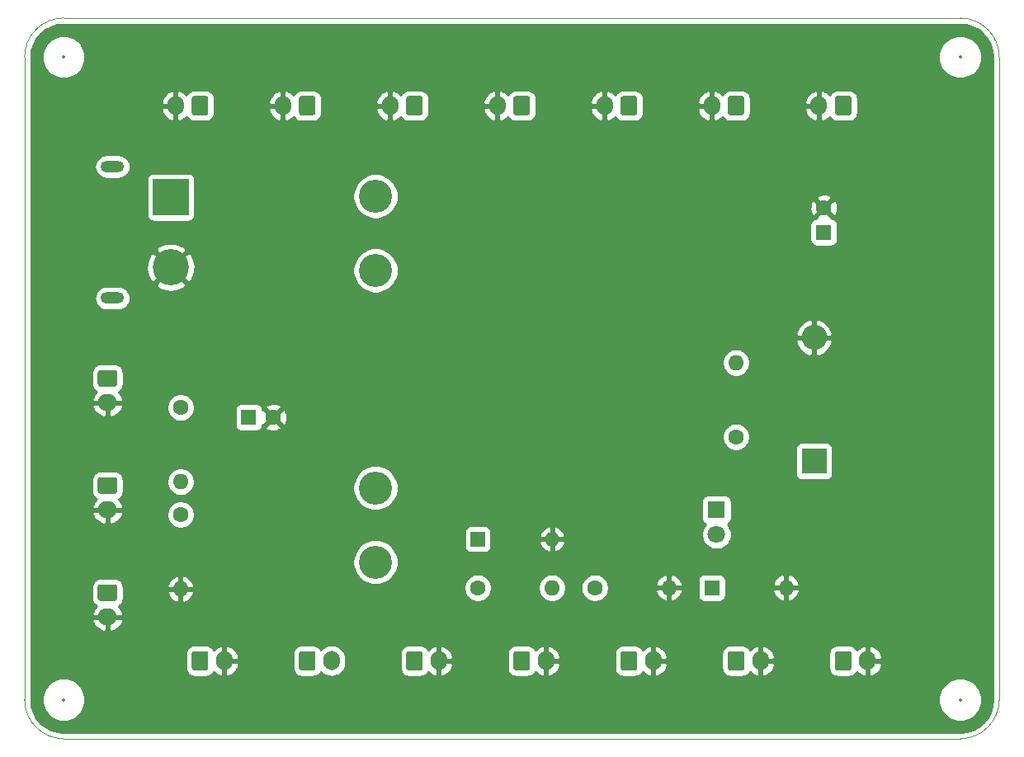
<source format=gbr>
%TF.GenerationSoftware,KiCad,Pcbnew,(5.1.12)-1*%
%TF.CreationDate,2022-03-31T16:19:30+09:00*%
%TF.ProjectId,NHK2022_Power_Supply,4e484b32-3032-4325-9f50-6f7765725f53,rev?*%
%TF.SameCoordinates,PX42c1d80PY8583b00*%
%TF.FileFunction,Copper,L2,Bot*%
%TF.FilePolarity,Positive*%
%FSLAX46Y46*%
G04 Gerber Fmt 4.6, Leading zero omitted, Abs format (unit mm)*
G04 Created by KiCad (PCBNEW (5.1.12)-1) date 2022-03-31 16:19:30*
%MOMM*%
%LPD*%
G01*
G04 APERTURE LIST*
%TA.AperFunction,Profile*%
%ADD10C,0.050000*%
%TD*%
%TA.AperFunction,ComponentPad*%
%ADD11R,2.600000X2.600000*%
%TD*%
%TA.AperFunction,ComponentPad*%
%ADD12O,2.600000X2.600000*%
%TD*%
%TA.AperFunction,ComponentPad*%
%ADD13R,1.500000X1.500000*%
%TD*%
%TA.AperFunction,ComponentPad*%
%ADD14O,1.500000X1.500000*%
%TD*%
%TA.AperFunction,ComponentPad*%
%ADD15R,1.800000X1.800000*%
%TD*%
%TA.AperFunction,ComponentPad*%
%ADD16C,1.800000*%
%TD*%
%TA.AperFunction,ComponentPad*%
%ADD17R,1.600000X1.600000*%
%TD*%
%TA.AperFunction,ComponentPad*%
%ADD18O,1.600000X1.600000*%
%TD*%
%TA.AperFunction,ComponentPad*%
%ADD19C,3.400000*%
%TD*%
%TA.AperFunction,ComponentPad*%
%ADD20C,3.716000*%
%TD*%
%TA.AperFunction,ComponentPad*%
%ADD21R,3.716000X3.716000*%
%TD*%
%TA.AperFunction,ComponentPad*%
%ADD22O,2.400000X1.200000*%
%TD*%
%TA.AperFunction,ComponentPad*%
%ADD23O,1.700000X2.000000*%
%TD*%
%TA.AperFunction,ComponentPad*%
%ADD24O,2.000000X1.700000*%
%TD*%
%TA.AperFunction,ComponentPad*%
%ADD25C,1.600000*%
%TD*%
%TA.AperFunction,Conductor*%
%ADD26C,0.254000*%
%TD*%
%TA.AperFunction,Conductor*%
%ADD27C,0.100000*%
%TD*%
%ADD28C,0.350000*%
%ADD29O,1.700000X1.000000*%
%ADD30O,1.700000X0.600000*%
G04 APERTURE END LIST*
D10*
X70000000Y-70000000D02*
X70000000Y-134000000D01*
X170000000Y-70000000D02*
X170000000Y-136000000D01*
X74000000Y-66000000D02*
X166000000Y-66000000D01*
X74000000Y-140000000D02*
X166000000Y-140000000D01*
X70000000Y-134000000D02*
X70000000Y-136000000D01*
X166000000Y-66000000D02*
G75*
G02*
X170000000Y-70000000I0J-4000000D01*
G01*
X70000000Y-70000000D02*
G75*
G02*
X74000000Y-66000000I4000000J0D01*
G01*
X170000000Y-136000000D02*
G75*
G02*
X166000000Y-140000000I-4000000J0D01*
G01*
X74000000Y-140000000D02*
G75*
G02*
X70000000Y-136000000I0J4000000D01*
G01*
D11*
%TO.P,D1,1*%
%TO.N,VCC*%
X151000000Y-111500000D03*
D12*
%TO.P,D1,2*%
%TO.N,GND*%
X151000000Y-98800000D03*
%TD*%
D13*
%TO.P,D2,1*%
%TO.N,Net-(D2-Pad1)*%
X116500000Y-119500000D03*
D14*
%TO.P,D2,2*%
%TO.N,GND*%
X124120000Y-119500000D03*
%TD*%
D15*
%TO.P,D3,1*%
%TO.N,Net-(D3-Pad1)*%
X141000000Y-116500000D03*
D16*
%TO.P,D3,2*%
%TO.N,Net-(D3-Pad2)*%
X141000000Y-119040000D03*
%TD*%
D17*
%TO.P,D4,1*%
%TO.N,Net-(D3-Pad2)*%
X140500000Y-124500000D03*
D18*
%TO.P,D4,2*%
%TO.N,GND*%
X148120000Y-124500000D03*
%TD*%
D19*
%TO.P,F1,1*%
%TO.N,+BATT*%
X106000000Y-84300000D03*
X106000000Y-91920000D03*
%TO.P,F1,2*%
%TO.N,VCC*%
X106000000Y-114240000D03*
X106000000Y-121860000D03*
%TD*%
D20*
%TO.P,Power_Supply,2*%
%TO.N,GND*%
X85000000Y-91600000D03*
D21*
%TO.P,Power_Supply,1*%
%TO.N,+BATT*%
X85000000Y-84400000D03*
D22*
%TO.P,Power_Supply,S2*%
%TO.N,N/C*%
X79000000Y-94750000D03*
%TO.P,Power_Supply,S1*%
X79000000Y-81250000D03*
%TD*%
D23*
%TO.P,LED,2*%
%TO.N,GND*%
X85500000Y-75000000D03*
%TO.P,LED,1*%
%TO.N,Net-(J2-Pad1)*%
%TA.AperFunction,ComponentPad*%
G36*
G01*
X88850000Y-74250000D02*
X88850000Y-75750000D01*
G75*
G02*
X88600000Y-76000000I-250000J0D01*
G01*
X87400000Y-76000000D01*
G75*
G02*
X87150000Y-75750000I0J250000D01*
G01*
X87150000Y-74250000D01*
G75*
G02*
X87400000Y-74000000I250000J0D01*
G01*
X88600000Y-74000000D01*
G75*
G02*
X88850000Y-74250000I0J-250000D01*
G01*
G37*
%TD.AperFunction*%
%TD*%
%TO.P,MiCon1,1*%
%TO.N,Net-(C2-Pad1)*%
%TA.AperFunction,ComponentPad*%
G36*
G01*
X77750000Y-102150000D02*
X79250000Y-102150000D01*
G75*
G02*
X79500000Y-102400000I0J-250000D01*
G01*
X79500000Y-103600000D01*
G75*
G02*
X79250000Y-103850000I-250000J0D01*
G01*
X77750000Y-103850000D01*
G75*
G02*
X77500000Y-103600000I0J250000D01*
G01*
X77500000Y-102400000D01*
G75*
G02*
X77750000Y-102150000I250000J0D01*
G01*
G37*
%TD.AperFunction*%
D24*
%TO.P,MiCon1,2*%
%TO.N,GND*%
X78500000Y-105500000D03*
%TD*%
%TO.P,MiCon2,2*%
%TO.N,GND*%
X78500000Y-116500000D03*
%TO.P,MiCon2,1*%
%TO.N,Net-(C2-Pad1)*%
%TA.AperFunction,ComponentPad*%
G36*
G01*
X77750000Y-113150000D02*
X79250000Y-113150000D01*
G75*
G02*
X79500000Y-113400000I0J-250000D01*
G01*
X79500000Y-114600000D01*
G75*
G02*
X79250000Y-114850000I-250000J0D01*
G01*
X77750000Y-114850000D01*
G75*
G02*
X77500000Y-114600000I0J250000D01*
G01*
X77500000Y-113400000D01*
G75*
G02*
X77750000Y-113150000I250000J0D01*
G01*
G37*
%TD.AperFunction*%
%TD*%
%TO.P,MiCon3,1*%
%TO.N,Net-(C2-Pad1)*%
%TA.AperFunction,ComponentPad*%
G36*
G01*
X77750000Y-124150000D02*
X79250000Y-124150000D01*
G75*
G02*
X79500000Y-124400000I0J-250000D01*
G01*
X79500000Y-125600000D01*
G75*
G02*
X79250000Y-125850000I-250000J0D01*
G01*
X77750000Y-125850000D01*
G75*
G02*
X77500000Y-125600000I0J250000D01*
G01*
X77500000Y-124400000D01*
G75*
G02*
X77750000Y-124150000I250000J0D01*
G01*
G37*
%TD.AperFunction*%
%TO.P,MiCon3,2*%
%TO.N,GND*%
X78500000Y-127500000D03*
%TD*%
%TO.P,Conn,1*%
%TO.N,Net-(D2-Pad1)*%
%TA.AperFunction,ComponentPad*%
G36*
G01*
X87150000Y-132750000D02*
X87150000Y-131250000D01*
G75*
G02*
X87400000Y-131000000I250000J0D01*
G01*
X88600000Y-131000000D01*
G75*
G02*
X88850000Y-131250000I0J-250000D01*
G01*
X88850000Y-132750000D01*
G75*
G02*
X88600000Y-133000000I-250000J0D01*
G01*
X87400000Y-133000000D01*
G75*
G02*
X87150000Y-132750000I0J250000D01*
G01*
G37*
%TD.AperFunction*%
D23*
%TO.P,Conn,2*%
%TO.N,GND*%
X90500000Y-132000000D03*
%TD*%
%TO.P,Switch,1*%
%TO.N,VCC*%
%TA.AperFunction,ComponentPad*%
G36*
G01*
X98150000Y-132750000D02*
X98150000Y-131250000D01*
G75*
G02*
X98400000Y-131000000I250000J0D01*
G01*
X99600000Y-131000000D01*
G75*
G02*
X99850000Y-131250000I0J-250000D01*
G01*
X99850000Y-132750000D01*
G75*
G02*
X99600000Y-133000000I-250000J0D01*
G01*
X98400000Y-133000000D01*
G75*
G02*
X98150000Y-132750000I0J250000D01*
G01*
G37*
%TD.AperFunction*%
%TO.P,Switch,2*%
%TO.N,Net-(D3-Pad2)*%
X101500000Y-132000000D03*
%TD*%
%TO.P,Coil,2*%
%TO.N,GND*%
X112500000Y-132000000D03*
%TO.P,Coil,1*%
%TO.N,Net-(D3-Pad2)*%
%TA.AperFunction,ComponentPad*%
G36*
G01*
X109150000Y-132750000D02*
X109150000Y-131250000D01*
G75*
G02*
X109400000Y-131000000I250000J0D01*
G01*
X110600000Y-131000000D01*
G75*
G02*
X110850000Y-131250000I0J-250000D01*
G01*
X110850000Y-132750000D01*
G75*
G02*
X110600000Y-133000000I-250000J0D01*
G01*
X109400000Y-133000000D01*
G75*
G02*
X109150000Y-132750000I0J250000D01*
G01*
G37*
%TD.AperFunction*%
%TD*%
%TO.P,12v_1,1*%
%TO.N,VCC*%
%TA.AperFunction,ComponentPad*%
G36*
G01*
X99850000Y-74250000D02*
X99850000Y-75750000D01*
G75*
G02*
X99600000Y-76000000I-250000J0D01*
G01*
X98400000Y-76000000D01*
G75*
G02*
X98150000Y-75750000I0J250000D01*
G01*
X98150000Y-74250000D01*
G75*
G02*
X98400000Y-74000000I250000J0D01*
G01*
X99600000Y-74000000D01*
G75*
G02*
X99850000Y-74250000I0J-250000D01*
G01*
G37*
%TD.AperFunction*%
%TO.P,12v_1,2*%
%TO.N,GND*%
X96500000Y-75000000D03*
%TD*%
%TO.P,12v_2,2*%
%TO.N,GND*%
X107500000Y-75000000D03*
%TO.P,12v_2,1*%
%TO.N,VCC*%
%TA.AperFunction,ComponentPad*%
G36*
G01*
X110850000Y-74250000D02*
X110850000Y-75750000D01*
G75*
G02*
X110600000Y-76000000I-250000J0D01*
G01*
X109400000Y-76000000D01*
G75*
G02*
X109150000Y-75750000I0J250000D01*
G01*
X109150000Y-74250000D01*
G75*
G02*
X109400000Y-74000000I250000J0D01*
G01*
X110600000Y-74000000D01*
G75*
G02*
X110850000Y-74250000I0J-250000D01*
G01*
G37*
%TD.AperFunction*%
%TD*%
%TO.P,12v_3,1*%
%TO.N,VCC*%
%TA.AperFunction,ComponentPad*%
G36*
G01*
X121850000Y-74250000D02*
X121850000Y-75750000D01*
G75*
G02*
X121600000Y-76000000I-250000J0D01*
G01*
X120400000Y-76000000D01*
G75*
G02*
X120150000Y-75750000I0J250000D01*
G01*
X120150000Y-74250000D01*
G75*
G02*
X120400000Y-74000000I250000J0D01*
G01*
X121600000Y-74000000D01*
G75*
G02*
X121850000Y-74250000I0J-250000D01*
G01*
G37*
%TD.AperFunction*%
%TO.P,12v_3,2*%
%TO.N,GND*%
X118500000Y-75000000D03*
%TD*%
%TO.P,12v_4,2*%
%TO.N,GND*%
X129500000Y-75000000D03*
%TO.P,12v_4,1*%
%TO.N,VCC*%
%TA.AperFunction,ComponentPad*%
G36*
G01*
X132850000Y-74250000D02*
X132850000Y-75750000D01*
G75*
G02*
X132600000Y-76000000I-250000J0D01*
G01*
X131400000Y-76000000D01*
G75*
G02*
X131150000Y-75750000I0J250000D01*
G01*
X131150000Y-74250000D01*
G75*
G02*
X131400000Y-74000000I250000J0D01*
G01*
X132600000Y-74000000D01*
G75*
G02*
X132850000Y-74250000I0J-250000D01*
G01*
G37*
%TD.AperFunction*%
%TD*%
%TO.P,12v_5,1*%
%TO.N,VCC*%
%TA.AperFunction,ComponentPad*%
G36*
G01*
X143850000Y-74250000D02*
X143850000Y-75750000D01*
G75*
G02*
X143600000Y-76000000I-250000J0D01*
G01*
X142400000Y-76000000D01*
G75*
G02*
X142150000Y-75750000I0J250000D01*
G01*
X142150000Y-74250000D01*
G75*
G02*
X142400000Y-74000000I250000J0D01*
G01*
X143600000Y-74000000D01*
G75*
G02*
X143850000Y-74250000I0J-250000D01*
G01*
G37*
%TD.AperFunction*%
%TO.P,12v_5,2*%
%TO.N,GND*%
X140500000Y-75000000D03*
%TD*%
%TO.P,12v_6,2*%
%TO.N,GND*%
X151500000Y-75000000D03*
%TO.P,12v_6,1*%
%TO.N,VCC*%
%TA.AperFunction,ComponentPad*%
G36*
G01*
X154850000Y-74250000D02*
X154850000Y-75750000D01*
G75*
G02*
X154600000Y-76000000I-250000J0D01*
G01*
X153400000Y-76000000D01*
G75*
G02*
X153150000Y-75750000I0J250000D01*
G01*
X153150000Y-74250000D01*
G75*
G02*
X153400000Y-74000000I250000J0D01*
G01*
X154600000Y-74000000D01*
G75*
G02*
X154850000Y-74250000I0J-250000D01*
G01*
G37*
%TD.AperFunction*%
%TD*%
%TO.P,12v_7,2*%
%TO.N,GND*%
X156500000Y-132000000D03*
%TO.P,12v_7,1*%
%TO.N,VCC*%
%TA.AperFunction,ComponentPad*%
G36*
G01*
X153150000Y-132750000D02*
X153150000Y-131250000D01*
G75*
G02*
X153400000Y-131000000I250000J0D01*
G01*
X154600000Y-131000000D01*
G75*
G02*
X154850000Y-131250000I0J-250000D01*
G01*
X154850000Y-132750000D01*
G75*
G02*
X154600000Y-133000000I-250000J0D01*
G01*
X153400000Y-133000000D01*
G75*
G02*
X153150000Y-132750000I0J250000D01*
G01*
G37*
%TD.AperFunction*%
%TD*%
%TO.P,12v_8,1*%
%TO.N,VCC*%
%TA.AperFunction,ComponentPad*%
G36*
G01*
X142150000Y-132750000D02*
X142150000Y-131250000D01*
G75*
G02*
X142400000Y-131000000I250000J0D01*
G01*
X143600000Y-131000000D01*
G75*
G02*
X143850000Y-131250000I0J-250000D01*
G01*
X143850000Y-132750000D01*
G75*
G02*
X143600000Y-133000000I-250000J0D01*
G01*
X142400000Y-133000000D01*
G75*
G02*
X142150000Y-132750000I0J250000D01*
G01*
G37*
%TD.AperFunction*%
%TO.P,12v_8,2*%
%TO.N,GND*%
X145500000Y-132000000D03*
%TD*%
%TO.P,12v_9,2*%
%TO.N,GND*%
X134500000Y-132000000D03*
%TO.P,12v_9,1*%
%TO.N,VCC*%
%TA.AperFunction,ComponentPad*%
G36*
G01*
X131150000Y-132750000D02*
X131150000Y-131250000D01*
G75*
G02*
X131400000Y-131000000I250000J0D01*
G01*
X132600000Y-131000000D01*
G75*
G02*
X132850000Y-131250000I0J-250000D01*
G01*
X132850000Y-132750000D01*
G75*
G02*
X132600000Y-133000000I-250000J0D01*
G01*
X131400000Y-133000000D01*
G75*
G02*
X131150000Y-132750000I0J250000D01*
G01*
G37*
%TD.AperFunction*%
%TD*%
%TO.P,12v_10,1*%
%TO.N,VCC*%
%TA.AperFunction,ComponentPad*%
G36*
G01*
X120150000Y-132750000D02*
X120150000Y-131250000D01*
G75*
G02*
X120400000Y-131000000I250000J0D01*
G01*
X121600000Y-131000000D01*
G75*
G02*
X121850000Y-131250000I0J-250000D01*
G01*
X121850000Y-132750000D01*
G75*
G02*
X121600000Y-133000000I-250000J0D01*
G01*
X120400000Y-133000000D01*
G75*
G02*
X120150000Y-132750000I0J250000D01*
G01*
G37*
%TD.AperFunction*%
%TO.P,12v_10,2*%
%TO.N,GND*%
X123500000Y-132000000D03*
%TD*%
D18*
%TO.P,R1,2*%
%TO.N,Net-(R1-Pad2)*%
X86000000Y-113620000D03*
D25*
%TO.P,R1,1*%
%TO.N,Net-(C2-Pad1)*%
X86000000Y-106000000D03*
%TD*%
%TO.P,R2,1*%
%TO.N,Net-(R1-Pad2)*%
X86000000Y-117000000D03*
D18*
%TO.P,R2,2*%
%TO.N,GND*%
X86000000Y-124620000D03*
%TD*%
D25*
%TO.P,R3,1*%
%TO.N,Net-(J2-Pad1)*%
X143000000Y-109000000D03*
D18*
%TO.P,R3,2*%
%TO.N,VCC*%
X143000000Y-101380000D03*
%TD*%
%TO.P,R4,2*%
%TO.N,Net-(D2-Pad1)*%
X124120000Y-124500000D03*
D25*
%TO.P,R4,1*%
%TO.N,Net-(D3-Pad2)*%
X116500000Y-124500000D03*
%TD*%
%TO.P,R5,1*%
%TO.N,Net-(D3-Pad1)*%
X128500000Y-124500000D03*
D18*
%TO.P,R5,2*%
%TO.N,GND*%
X136120000Y-124500000D03*
%TD*%
D17*
%TO.P,C1,1*%
%TO.N,VCC*%
X152000000Y-88000000D03*
D25*
%TO.P,C1,2*%
%TO.N,GND*%
X152000000Y-85500000D03*
%TD*%
%TO.P,C2,2*%
%TO.N,GND*%
X95500000Y-107000000D03*
D17*
%TO.P,C2,1*%
%TO.N,Net-(C2-Pad1)*%
X93000000Y-107000000D03*
%TD*%
D26*
%TO.N,GND*%
X166648126Y-66726714D02*
X167271572Y-66914943D01*
X167846579Y-67220681D01*
X168351247Y-67632279D01*
X168766362Y-68134067D01*
X169076105Y-68706924D01*
X169268682Y-69329039D01*
X169340000Y-70007584D01*
X169340001Y-135967711D01*
X169273286Y-136648126D01*
X169085057Y-137271570D01*
X168779323Y-137846573D01*
X168367721Y-138351248D01*
X167865933Y-138766362D01*
X167293077Y-139076104D01*
X166670961Y-139268682D01*
X165992417Y-139340000D01*
X74032279Y-139340000D01*
X73351874Y-139273286D01*
X72728430Y-139085057D01*
X72153427Y-138779323D01*
X71648752Y-138367721D01*
X71233638Y-137865933D01*
X70923896Y-137293077D01*
X70731318Y-136670961D01*
X70660000Y-135992417D01*
X70660000Y-135779872D01*
X71765000Y-135779872D01*
X71765000Y-136220128D01*
X71850890Y-136651925D01*
X72019369Y-137058669D01*
X72263962Y-137424729D01*
X72575271Y-137736038D01*
X72941331Y-137980631D01*
X73348075Y-138149110D01*
X73779872Y-138235000D01*
X74220128Y-138235000D01*
X74651925Y-138149110D01*
X75058669Y-137980631D01*
X75424729Y-137736038D01*
X75736038Y-137424729D01*
X75980631Y-137058669D01*
X76149110Y-136651925D01*
X76235000Y-136220128D01*
X76235000Y-135779872D01*
X163765000Y-135779872D01*
X163765000Y-136220128D01*
X163850890Y-136651925D01*
X164019369Y-137058669D01*
X164263962Y-137424729D01*
X164575271Y-137736038D01*
X164941331Y-137980631D01*
X165348075Y-138149110D01*
X165779872Y-138235000D01*
X166220128Y-138235000D01*
X166651925Y-138149110D01*
X167058669Y-137980631D01*
X167424729Y-137736038D01*
X167736038Y-137424729D01*
X167980631Y-137058669D01*
X168149110Y-136651925D01*
X168235000Y-136220128D01*
X168235000Y-135779872D01*
X168149110Y-135348075D01*
X167980631Y-134941331D01*
X167736038Y-134575271D01*
X167424729Y-134263962D01*
X167058669Y-134019369D01*
X166651925Y-133850890D01*
X166220128Y-133765000D01*
X165779872Y-133765000D01*
X165348075Y-133850890D01*
X164941331Y-134019369D01*
X164575271Y-134263962D01*
X164263962Y-134575271D01*
X164019369Y-134941331D01*
X163850890Y-135348075D01*
X163765000Y-135779872D01*
X76235000Y-135779872D01*
X76149110Y-135348075D01*
X75980631Y-134941331D01*
X75736038Y-134575271D01*
X75424729Y-134263962D01*
X75058669Y-134019369D01*
X74651925Y-133850890D01*
X74220128Y-133765000D01*
X73779872Y-133765000D01*
X73348075Y-133850890D01*
X72941331Y-134019369D01*
X72575271Y-134263962D01*
X72263962Y-134575271D01*
X72019369Y-134941331D01*
X71850890Y-135348075D01*
X71765000Y-135779872D01*
X70660000Y-135779872D01*
X70660000Y-131250000D01*
X86511928Y-131250000D01*
X86511928Y-132750000D01*
X86528992Y-132923254D01*
X86579528Y-133089850D01*
X86661595Y-133243386D01*
X86772038Y-133377962D01*
X86906614Y-133488405D01*
X87060150Y-133570472D01*
X87226746Y-133621008D01*
X87400000Y-133638072D01*
X88600000Y-133638072D01*
X88773254Y-133621008D01*
X88939850Y-133570472D01*
X89093386Y-133488405D01*
X89227962Y-133377962D01*
X89338405Y-133243386D01*
X89392914Y-133141407D01*
X89393198Y-133141795D01*
X89607954Y-133338664D01*
X89856991Y-133489854D01*
X90130739Y-133589554D01*
X90143110Y-133591476D01*
X90373000Y-133470155D01*
X90373000Y-132127000D01*
X90627000Y-132127000D01*
X90627000Y-133470155D01*
X90856890Y-133591476D01*
X90869261Y-133589554D01*
X91143009Y-133489854D01*
X91392046Y-133338664D01*
X91606802Y-133141795D01*
X91779025Y-132906812D01*
X91902096Y-132642745D01*
X91971285Y-132359742D01*
X91827232Y-132127000D01*
X90627000Y-132127000D01*
X90373000Y-132127000D01*
X90353000Y-132127000D01*
X90353000Y-131873000D01*
X90373000Y-131873000D01*
X90373000Y-130529845D01*
X90627000Y-130529845D01*
X90627000Y-131873000D01*
X91827232Y-131873000D01*
X91971285Y-131640258D01*
X91902096Y-131357255D01*
X91852109Y-131250000D01*
X97511928Y-131250000D01*
X97511928Y-132750000D01*
X97528992Y-132923254D01*
X97579528Y-133089850D01*
X97661595Y-133243386D01*
X97772038Y-133377962D01*
X97906614Y-133488405D01*
X98060150Y-133570472D01*
X98226746Y-133621008D01*
X98400000Y-133638072D01*
X99600000Y-133638072D01*
X99773254Y-133621008D01*
X99939850Y-133570472D01*
X100093386Y-133488405D01*
X100227962Y-133377962D01*
X100338405Y-133243386D01*
X100392777Y-133141663D01*
X100444866Y-133205134D01*
X100670987Y-133390706D01*
X100928967Y-133528599D01*
X101208890Y-133613513D01*
X101500000Y-133642185D01*
X101791111Y-133613513D01*
X102071034Y-133528599D01*
X102329014Y-133390706D01*
X102555134Y-133205134D01*
X102740706Y-132979014D01*
X102878599Y-132721033D01*
X102963513Y-132441110D01*
X102985000Y-132222949D01*
X102985000Y-131777050D01*
X102963513Y-131558889D01*
X102878599Y-131278966D01*
X102863117Y-131250000D01*
X108511928Y-131250000D01*
X108511928Y-132750000D01*
X108528992Y-132923254D01*
X108579528Y-133089850D01*
X108661595Y-133243386D01*
X108772038Y-133377962D01*
X108906614Y-133488405D01*
X109060150Y-133570472D01*
X109226746Y-133621008D01*
X109400000Y-133638072D01*
X110600000Y-133638072D01*
X110773254Y-133621008D01*
X110939850Y-133570472D01*
X111093386Y-133488405D01*
X111227962Y-133377962D01*
X111338405Y-133243386D01*
X111392914Y-133141407D01*
X111393198Y-133141795D01*
X111607954Y-133338664D01*
X111856991Y-133489854D01*
X112130739Y-133589554D01*
X112143110Y-133591476D01*
X112373000Y-133470155D01*
X112373000Y-132127000D01*
X112627000Y-132127000D01*
X112627000Y-133470155D01*
X112856890Y-133591476D01*
X112869261Y-133589554D01*
X113143009Y-133489854D01*
X113392046Y-133338664D01*
X113606802Y-133141795D01*
X113779025Y-132906812D01*
X113902096Y-132642745D01*
X113971285Y-132359742D01*
X113827232Y-132127000D01*
X112627000Y-132127000D01*
X112373000Y-132127000D01*
X112353000Y-132127000D01*
X112353000Y-131873000D01*
X112373000Y-131873000D01*
X112373000Y-130529845D01*
X112627000Y-130529845D01*
X112627000Y-131873000D01*
X113827232Y-131873000D01*
X113971285Y-131640258D01*
X113902096Y-131357255D01*
X113852109Y-131250000D01*
X119511928Y-131250000D01*
X119511928Y-132750000D01*
X119528992Y-132923254D01*
X119579528Y-133089850D01*
X119661595Y-133243386D01*
X119772038Y-133377962D01*
X119906614Y-133488405D01*
X120060150Y-133570472D01*
X120226746Y-133621008D01*
X120400000Y-133638072D01*
X121600000Y-133638072D01*
X121773254Y-133621008D01*
X121939850Y-133570472D01*
X122093386Y-133488405D01*
X122227962Y-133377962D01*
X122338405Y-133243386D01*
X122392914Y-133141407D01*
X122393198Y-133141795D01*
X122607954Y-133338664D01*
X122856991Y-133489854D01*
X123130739Y-133589554D01*
X123143110Y-133591476D01*
X123373000Y-133470155D01*
X123373000Y-132127000D01*
X123627000Y-132127000D01*
X123627000Y-133470155D01*
X123856890Y-133591476D01*
X123869261Y-133589554D01*
X124143009Y-133489854D01*
X124392046Y-133338664D01*
X124606802Y-133141795D01*
X124779025Y-132906812D01*
X124902096Y-132642745D01*
X124971285Y-132359742D01*
X124827232Y-132127000D01*
X123627000Y-132127000D01*
X123373000Y-132127000D01*
X123353000Y-132127000D01*
X123353000Y-131873000D01*
X123373000Y-131873000D01*
X123373000Y-130529845D01*
X123627000Y-130529845D01*
X123627000Y-131873000D01*
X124827232Y-131873000D01*
X124971285Y-131640258D01*
X124902096Y-131357255D01*
X124852109Y-131250000D01*
X130511928Y-131250000D01*
X130511928Y-132750000D01*
X130528992Y-132923254D01*
X130579528Y-133089850D01*
X130661595Y-133243386D01*
X130772038Y-133377962D01*
X130906614Y-133488405D01*
X131060150Y-133570472D01*
X131226746Y-133621008D01*
X131400000Y-133638072D01*
X132600000Y-133638072D01*
X132773254Y-133621008D01*
X132939850Y-133570472D01*
X133093386Y-133488405D01*
X133227962Y-133377962D01*
X133338405Y-133243386D01*
X133392914Y-133141407D01*
X133393198Y-133141795D01*
X133607954Y-133338664D01*
X133856991Y-133489854D01*
X134130739Y-133589554D01*
X134143110Y-133591476D01*
X134373000Y-133470155D01*
X134373000Y-132127000D01*
X134627000Y-132127000D01*
X134627000Y-133470155D01*
X134856890Y-133591476D01*
X134869261Y-133589554D01*
X135143009Y-133489854D01*
X135392046Y-133338664D01*
X135606802Y-133141795D01*
X135779025Y-132906812D01*
X135902096Y-132642745D01*
X135971285Y-132359742D01*
X135827232Y-132127000D01*
X134627000Y-132127000D01*
X134373000Y-132127000D01*
X134353000Y-132127000D01*
X134353000Y-131873000D01*
X134373000Y-131873000D01*
X134373000Y-130529845D01*
X134627000Y-130529845D01*
X134627000Y-131873000D01*
X135827232Y-131873000D01*
X135971285Y-131640258D01*
X135902096Y-131357255D01*
X135852109Y-131250000D01*
X141511928Y-131250000D01*
X141511928Y-132750000D01*
X141528992Y-132923254D01*
X141579528Y-133089850D01*
X141661595Y-133243386D01*
X141772038Y-133377962D01*
X141906614Y-133488405D01*
X142060150Y-133570472D01*
X142226746Y-133621008D01*
X142400000Y-133638072D01*
X143600000Y-133638072D01*
X143773254Y-133621008D01*
X143939850Y-133570472D01*
X144093386Y-133488405D01*
X144227962Y-133377962D01*
X144338405Y-133243386D01*
X144392914Y-133141407D01*
X144393198Y-133141795D01*
X144607954Y-133338664D01*
X144856991Y-133489854D01*
X145130739Y-133589554D01*
X145143110Y-133591476D01*
X145373000Y-133470155D01*
X145373000Y-132127000D01*
X145627000Y-132127000D01*
X145627000Y-133470155D01*
X145856890Y-133591476D01*
X145869261Y-133589554D01*
X146143009Y-133489854D01*
X146392046Y-133338664D01*
X146606802Y-133141795D01*
X146779025Y-132906812D01*
X146902096Y-132642745D01*
X146971285Y-132359742D01*
X146827232Y-132127000D01*
X145627000Y-132127000D01*
X145373000Y-132127000D01*
X145353000Y-132127000D01*
X145353000Y-131873000D01*
X145373000Y-131873000D01*
X145373000Y-130529845D01*
X145627000Y-130529845D01*
X145627000Y-131873000D01*
X146827232Y-131873000D01*
X146971285Y-131640258D01*
X146902096Y-131357255D01*
X146852109Y-131250000D01*
X152511928Y-131250000D01*
X152511928Y-132750000D01*
X152528992Y-132923254D01*
X152579528Y-133089850D01*
X152661595Y-133243386D01*
X152772038Y-133377962D01*
X152906614Y-133488405D01*
X153060150Y-133570472D01*
X153226746Y-133621008D01*
X153400000Y-133638072D01*
X154600000Y-133638072D01*
X154773254Y-133621008D01*
X154939850Y-133570472D01*
X155093386Y-133488405D01*
X155227962Y-133377962D01*
X155338405Y-133243386D01*
X155392914Y-133141407D01*
X155393198Y-133141795D01*
X155607954Y-133338664D01*
X155856991Y-133489854D01*
X156130739Y-133589554D01*
X156143110Y-133591476D01*
X156373000Y-133470155D01*
X156373000Y-132127000D01*
X156627000Y-132127000D01*
X156627000Y-133470155D01*
X156856890Y-133591476D01*
X156869261Y-133589554D01*
X157143009Y-133489854D01*
X157392046Y-133338664D01*
X157606802Y-133141795D01*
X157779025Y-132906812D01*
X157902096Y-132642745D01*
X157971285Y-132359742D01*
X157827232Y-132127000D01*
X156627000Y-132127000D01*
X156373000Y-132127000D01*
X156353000Y-132127000D01*
X156353000Y-131873000D01*
X156373000Y-131873000D01*
X156373000Y-130529845D01*
X156627000Y-130529845D01*
X156627000Y-131873000D01*
X157827232Y-131873000D01*
X157971285Y-131640258D01*
X157902096Y-131357255D01*
X157779025Y-131093188D01*
X157606802Y-130858205D01*
X157392046Y-130661336D01*
X157143009Y-130510146D01*
X156869261Y-130410446D01*
X156856890Y-130408524D01*
X156627000Y-130529845D01*
X156373000Y-130529845D01*
X156143110Y-130408524D01*
X156130739Y-130410446D01*
X155856991Y-130510146D01*
X155607954Y-130661336D01*
X155393198Y-130858205D01*
X155392914Y-130858593D01*
X155338405Y-130756614D01*
X155227962Y-130622038D01*
X155093386Y-130511595D01*
X154939850Y-130429528D01*
X154773254Y-130378992D01*
X154600000Y-130361928D01*
X153400000Y-130361928D01*
X153226746Y-130378992D01*
X153060150Y-130429528D01*
X152906614Y-130511595D01*
X152772038Y-130622038D01*
X152661595Y-130756614D01*
X152579528Y-130910150D01*
X152528992Y-131076746D01*
X152511928Y-131250000D01*
X146852109Y-131250000D01*
X146779025Y-131093188D01*
X146606802Y-130858205D01*
X146392046Y-130661336D01*
X146143009Y-130510146D01*
X145869261Y-130410446D01*
X145856890Y-130408524D01*
X145627000Y-130529845D01*
X145373000Y-130529845D01*
X145143110Y-130408524D01*
X145130739Y-130410446D01*
X144856991Y-130510146D01*
X144607954Y-130661336D01*
X144393198Y-130858205D01*
X144392914Y-130858593D01*
X144338405Y-130756614D01*
X144227962Y-130622038D01*
X144093386Y-130511595D01*
X143939850Y-130429528D01*
X143773254Y-130378992D01*
X143600000Y-130361928D01*
X142400000Y-130361928D01*
X142226746Y-130378992D01*
X142060150Y-130429528D01*
X141906614Y-130511595D01*
X141772038Y-130622038D01*
X141661595Y-130756614D01*
X141579528Y-130910150D01*
X141528992Y-131076746D01*
X141511928Y-131250000D01*
X135852109Y-131250000D01*
X135779025Y-131093188D01*
X135606802Y-130858205D01*
X135392046Y-130661336D01*
X135143009Y-130510146D01*
X134869261Y-130410446D01*
X134856890Y-130408524D01*
X134627000Y-130529845D01*
X134373000Y-130529845D01*
X134143110Y-130408524D01*
X134130739Y-130410446D01*
X133856991Y-130510146D01*
X133607954Y-130661336D01*
X133393198Y-130858205D01*
X133392914Y-130858593D01*
X133338405Y-130756614D01*
X133227962Y-130622038D01*
X133093386Y-130511595D01*
X132939850Y-130429528D01*
X132773254Y-130378992D01*
X132600000Y-130361928D01*
X131400000Y-130361928D01*
X131226746Y-130378992D01*
X131060150Y-130429528D01*
X130906614Y-130511595D01*
X130772038Y-130622038D01*
X130661595Y-130756614D01*
X130579528Y-130910150D01*
X130528992Y-131076746D01*
X130511928Y-131250000D01*
X124852109Y-131250000D01*
X124779025Y-131093188D01*
X124606802Y-130858205D01*
X124392046Y-130661336D01*
X124143009Y-130510146D01*
X123869261Y-130410446D01*
X123856890Y-130408524D01*
X123627000Y-130529845D01*
X123373000Y-130529845D01*
X123143110Y-130408524D01*
X123130739Y-130410446D01*
X122856991Y-130510146D01*
X122607954Y-130661336D01*
X122393198Y-130858205D01*
X122392914Y-130858593D01*
X122338405Y-130756614D01*
X122227962Y-130622038D01*
X122093386Y-130511595D01*
X121939850Y-130429528D01*
X121773254Y-130378992D01*
X121600000Y-130361928D01*
X120400000Y-130361928D01*
X120226746Y-130378992D01*
X120060150Y-130429528D01*
X119906614Y-130511595D01*
X119772038Y-130622038D01*
X119661595Y-130756614D01*
X119579528Y-130910150D01*
X119528992Y-131076746D01*
X119511928Y-131250000D01*
X113852109Y-131250000D01*
X113779025Y-131093188D01*
X113606802Y-130858205D01*
X113392046Y-130661336D01*
X113143009Y-130510146D01*
X112869261Y-130410446D01*
X112856890Y-130408524D01*
X112627000Y-130529845D01*
X112373000Y-130529845D01*
X112143110Y-130408524D01*
X112130739Y-130410446D01*
X111856991Y-130510146D01*
X111607954Y-130661336D01*
X111393198Y-130858205D01*
X111392914Y-130858593D01*
X111338405Y-130756614D01*
X111227962Y-130622038D01*
X111093386Y-130511595D01*
X110939850Y-130429528D01*
X110773254Y-130378992D01*
X110600000Y-130361928D01*
X109400000Y-130361928D01*
X109226746Y-130378992D01*
X109060150Y-130429528D01*
X108906614Y-130511595D01*
X108772038Y-130622038D01*
X108661595Y-130756614D01*
X108579528Y-130910150D01*
X108528992Y-131076746D01*
X108511928Y-131250000D01*
X102863117Y-131250000D01*
X102740706Y-131020986D01*
X102555134Y-130794866D01*
X102329013Y-130609294D01*
X102071033Y-130471401D01*
X101791110Y-130386487D01*
X101500000Y-130357815D01*
X101208889Y-130386487D01*
X100928966Y-130471401D01*
X100670986Y-130609294D01*
X100444866Y-130794866D01*
X100392777Y-130858337D01*
X100338405Y-130756614D01*
X100227962Y-130622038D01*
X100093386Y-130511595D01*
X99939850Y-130429528D01*
X99773254Y-130378992D01*
X99600000Y-130361928D01*
X98400000Y-130361928D01*
X98226746Y-130378992D01*
X98060150Y-130429528D01*
X97906614Y-130511595D01*
X97772038Y-130622038D01*
X97661595Y-130756614D01*
X97579528Y-130910150D01*
X97528992Y-131076746D01*
X97511928Y-131250000D01*
X91852109Y-131250000D01*
X91779025Y-131093188D01*
X91606802Y-130858205D01*
X91392046Y-130661336D01*
X91143009Y-130510146D01*
X90869261Y-130410446D01*
X90856890Y-130408524D01*
X90627000Y-130529845D01*
X90373000Y-130529845D01*
X90143110Y-130408524D01*
X90130739Y-130410446D01*
X89856991Y-130510146D01*
X89607954Y-130661336D01*
X89393198Y-130858205D01*
X89392914Y-130858593D01*
X89338405Y-130756614D01*
X89227962Y-130622038D01*
X89093386Y-130511595D01*
X88939850Y-130429528D01*
X88773254Y-130378992D01*
X88600000Y-130361928D01*
X87400000Y-130361928D01*
X87226746Y-130378992D01*
X87060150Y-130429528D01*
X86906614Y-130511595D01*
X86772038Y-130622038D01*
X86661595Y-130756614D01*
X86579528Y-130910150D01*
X86528992Y-131076746D01*
X86511928Y-131250000D01*
X70660000Y-131250000D01*
X70660000Y-127856890D01*
X76908524Y-127856890D01*
X76910446Y-127869261D01*
X77010146Y-128143009D01*
X77161336Y-128392046D01*
X77358205Y-128606802D01*
X77593188Y-128779025D01*
X77857255Y-128902096D01*
X78140258Y-128971285D01*
X78373000Y-128827232D01*
X78373000Y-127627000D01*
X78627000Y-127627000D01*
X78627000Y-128827232D01*
X78859742Y-128971285D01*
X79142745Y-128902096D01*
X79406812Y-128779025D01*
X79641795Y-128606802D01*
X79838664Y-128392046D01*
X79989854Y-128143009D01*
X80089554Y-127869261D01*
X80091476Y-127856890D01*
X79970155Y-127627000D01*
X78627000Y-127627000D01*
X78373000Y-127627000D01*
X77029845Y-127627000D01*
X76908524Y-127856890D01*
X70660000Y-127856890D01*
X70660000Y-124400000D01*
X76861928Y-124400000D01*
X76861928Y-125600000D01*
X76878992Y-125773254D01*
X76929528Y-125939850D01*
X77011595Y-126093386D01*
X77122038Y-126227962D01*
X77256614Y-126338405D01*
X77358593Y-126392914D01*
X77358205Y-126393198D01*
X77161336Y-126607954D01*
X77010146Y-126856991D01*
X76910446Y-127130739D01*
X76908524Y-127143110D01*
X77029845Y-127373000D01*
X78373000Y-127373000D01*
X78373000Y-127353000D01*
X78627000Y-127353000D01*
X78627000Y-127373000D01*
X79970155Y-127373000D01*
X80091476Y-127143110D01*
X80089554Y-127130739D01*
X79989854Y-126856991D01*
X79838664Y-126607954D01*
X79641795Y-126393198D01*
X79641407Y-126392914D01*
X79743386Y-126338405D01*
X79877962Y-126227962D01*
X79988405Y-126093386D01*
X80070472Y-125939850D01*
X80121008Y-125773254D01*
X80138072Y-125600000D01*
X80138072Y-124969040D01*
X84608091Y-124969040D01*
X84702930Y-125233881D01*
X84847615Y-125475131D01*
X85036586Y-125683519D01*
X85262580Y-125851037D01*
X85516913Y-125971246D01*
X85650961Y-126011904D01*
X85873000Y-125889915D01*
X85873000Y-124747000D01*
X86127000Y-124747000D01*
X86127000Y-125889915D01*
X86349039Y-126011904D01*
X86483087Y-125971246D01*
X86737420Y-125851037D01*
X86963414Y-125683519D01*
X87152385Y-125475131D01*
X87297070Y-125233881D01*
X87391909Y-124969040D01*
X87270624Y-124747000D01*
X86127000Y-124747000D01*
X85873000Y-124747000D01*
X84729376Y-124747000D01*
X84608091Y-124969040D01*
X80138072Y-124969040D01*
X80138072Y-124400000D01*
X80125363Y-124270960D01*
X84608091Y-124270960D01*
X84729376Y-124493000D01*
X85873000Y-124493000D01*
X85873000Y-123350085D01*
X86127000Y-123350085D01*
X86127000Y-124493000D01*
X87270624Y-124493000D01*
X87344001Y-124358665D01*
X115065000Y-124358665D01*
X115065000Y-124641335D01*
X115120147Y-124918574D01*
X115228320Y-125179727D01*
X115385363Y-125414759D01*
X115585241Y-125614637D01*
X115820273Y-125771680D01*
X116081426Y-125879853D01*
X116358665Y-125935000D01*
X116641335Y-125935000D01*
X116918574Y-125879853D01*
X117179727Y-125771680D01*
X117414759Y-125614637D01*
X117614637Y-125414759D01*
X117771680Y-125179727D01*
X117879853Y-124918574D01*
X117935000Y-124641335D01*
X117935000Y-124358665D01*
X122685000Y-124358665D01*
X122685000Y-124641335D01*
X122740147Y-124918574D01*
X122848320Y-125179727D01*
X123005363Y-125414759D01*
X123205241Y-125614637D01*
X123440273Y-125771680D01*
X123701426Y-125879853D01*
X123978665Y-125935000D01*
X124261335Y-125935000D01*
X124538574Y-125879853D01*
X124799727Y-125771680D01*
X125034759Y-125614637D01*
X125234637Y-125414759D01*
X125391680Y-125179727D01*
X125499853Y-124918574D01*
X125555000Y-124641335D01*
X125555000Y-124358665D01*
X127065000Y-124358665D01*
X127065000Y-124641335D01*
X127120147Y-124918574D01*
X127228320Y-125179727D01*
X127385363Y-125414759D01*
X127585241Y-125614637D01*
X127820273Y-125771680D01*
X128081426Y-125879853D01*
X128358665Y-125935000D01*
X128641335Y-125935000D01*
X128918574Y-125879853D01*
X129179727Y-125771680D01*
X129414759Y-125614637D01*
X129614637Y-125414759D01*
X129771680Y-125179727D01*
X129879853Y-124918574D01*
X129893684Y-124849039D01*
X134728096Y-124849039D01*
X134768754Y-124983087D01*
X134888963Y-125237420D01*
X135056481Y-125463414D01*
X135264869Y-125652385D01*
X135506119Y-125797070D01*
X135770960Y-125891909D01*
X135993000Y-125770624D01*
X135993000Y-124627000D01*
X136247000Y-124627000D01*
X136247000Y-125770624D01*
X136469040Y-125891909D01*
X136733881Y-125797070D01*
X136975131Y-125652385D01*
X137183519Y-125463414D01*
X137351037Y-125237420D01*
X137471246Y-124983087D01*
X137511904Y-124849039D01*
X137389915Y-124627000D01*
X136247000Y-124627000D01*
X135993000Y-124627000D01*
X134850085Y-124627000D01*
X134728096Y-124849039D01*
X129893684Y-124849039D01*
X129935000Y-124641335D01*
X129935000Y-124358665D01*
X129893685Y-124150961D01*
X134728096Y-124150961D01*
X134850085Y-124373000D01*
X135993000Y-124373000D01*
X135993000Y-123229376D01*
X136247000Y-123229376D01*
X136247000Y-124373000D01*
X137389915Y-124373000D01*
X137511904Y-124150961D01*
X137471246Y-124016913D01*
X137351037Y-123762580D01*
X137304650Y-123700000D01*
X139061928Y-123700000D01*
X139061928Y-125300000D01*
X139074188Y-125424482D01*
X139110498Y-125544180D01*
X139169463Y-125654494D01*
X139248815Y-125751185D01*
X139345506Y-125830537D01*
X139455820Y-125889502D01*
X139575518Y-125925812D01*
X139700000Y-125938072D01*
X141300000Y-125938072D01*
X141424482Y-125925812D01*
X141544180Y-125889502D01*
X141654494Y-125830537D01*
X141751185Y-125751185D01*
X141830537Y-125654494D01*
X141889502Y-125544180D01*
X141925812Y-125424482D01*
X141938072Y-125300000D01*
X141938072Y-124849039D01*
X146728096Y-124849039D01*
X146768754Y-124983087D01*
X146888963Y-125237420D01*
X147056481Y-125463414D01*
X147264869Y-125652385D01*
X147506119Y-125797070D01*
X147770960Y-125891909D01*
X147993000Y-125770624D01*
X147993000Y-124627000D01*
X148247000Y-124627000D01*
X148247000Y-125770624D01*
X148469040Y-125891909D01*
X148733881Y-125797070D01*
X148975131Y-125652385D01*
X149183519Y-125463414D01*
X149351037Y-125237420D01*
X149471246Y-124983087D01*
X149511904Y-124849039D01*
X149389915Y-124627000D01*
X148247000Y-124627000D01*
X147993000Y-124627000D01*
X146850085Y-124627000D01*
X146728096Y-124849039D01*
X141938072Y-124849039D01*
X141938072Y-124150961D01*
X146728096Y-124150961D01*
X146850085Y-124373000D01*
X147993000Y-124373000D01*
X147993000Y-123229376D01*
X148247000Y-123229376D01*
X148247000Y-124373000D01*
X149389915Y-124373000D01*
X149511904Y-124150961D01*
X149471246Y-124016913D01*
X149351037Y-123762580D01*
X149183519Y-123536586D01*
X148975131Y-123347615D01*
X148733881Y-123202930D01*
X148469040Y-123108091D01*
X148247000Y-123229376D01*
X147993000Y-123229376D01*
X147770960Y-123108091D01*
X147506119Y-123202930D01*
X147264869Y-123347615D01*
X147056481Y-123536586D01*
X146888963Y-123762580D01*
X146768754Y-124016913D01*
X146728096Y-124150961D01*
X141938072Y-124150961D01*
X141938072Y-123700000D01*
X141925812Y-123575518D01*
X141889502Y-123455820D01*
X141830537Y-123345506D01*
X141751185Y-123248815D01*
X141654494Y-123169463D01*
X141544180Y-123110498D01*
X141424482Y-123074188D01*
X141300000Y-123061928D01*
X139700000Y-123061928D01*
X139575518Y-123074188D01*
X139455820Y-123110498D01*
X139345506Y-123169463D01*
X139248815Y-123248815D01*
X139169463Y-123345506D01*
X139110498Y-123455820D01*
X139074188Y-123575518D01*
X139061928Y-123700000D01*
X137304650Y-123700000D01*
X137183519Y-123536586D01*
X136975131Y-123347615D01*
X136733881Y-123202930D01*
X136469040Y-123108091D01*
X136247000Y-123229376D01*
X135993000Y-123229376D01*
X135770960Y-123108091D01*
X135506119Y-123202930D01*
X135264869Y-123347615D01*
X135056481Y-123536586D01*
X134888963Y-123762580D01*
X134768754Y-124016913D01*
X134728096Y-124150961D01*
X129893685Y-124150961D01*
X129879853Y-124081426D01*
X129771680Y-123820273D01*
X129614637Y-123585241D01*
X129414759Y-123385363D01*
X129179727Y-123228320D01*
X128918574Y-123120147D01*
X128641335Y-123065000D01*
X128358665Y-123065000D01*
X128081426Y-123120147D01*
X127820273Y-123228320D01*
X127585241Y-123385363D01*
X127385363Y-123585241D01*
X127228320Y-123820273D01*
X127120147Y-124081426D01*
X127065000Y-124358665D01*
X125555000Y-124358665D01*
X125499853Y-124081426D01*
X125391680Y-123820273D01*
X125234637Y-123585241D01*
X125034759Y-123385363D01*
X124799727Y-123228320D01*
X124538574Y-123120147D01*
X124261335Y-123065000D01*
X123978665Y-123065000D01*
X123701426Y-123120147D01*
X123440273Y-123228320D01*
X123205241Y-123385363D01*
X123005363Y-123585241D01*
X122848320Y-123820273D01*
X122740147Y-124081426D01*
X122685000Y-124358665D01*
X117935000Y-124358665D01*
X117879853Y-124081426D01*
X117771680Y-123820273D01*
X117614637Y-123585241D01*
X117414759Y-123385363D01*
X117179727Y-123228320D01*
X116918574Y-123120147D01*
X116641335Y-123065000D01*
X116358665Y-123065000D01*
X116081426Y-123120147D01*
X115820273Y-123228320D01*
X115585241Y-123385363D01*
X115385363Y-123585241D01*
X115228320Y-123820273D01*
X115120147Y-124081426D01*
X115065000Y-124358665D01*
X87344001Y-124358665D01*
X87391909Y-124270960D01*
X87297070Y-124006119D01*
X87152385Y-123764869D01*
X86963414Y-123556481D01*
X86737420Y-123388963D01*
X86483087Y-123268754D01*
X86349039Y-123228096D01*
X86127000Y-123350085D01*
X85873000Y-123350085D01*
X85650961Y-123228096D01*
X85516913Y-123268754D01*
X85262580Y-123388963D01*
X85036586Y-123556481D01*
X84847615Y-123764869D01*
X84702930Y-124006119D01*
X84608091Y-124270960D01*
X80125363Y-124270960D01*
X80121008Y-124226746D01*
X80070472Y-124060150D01*
X79988405Y-123906614D01*
X79877962Y-123772038D01*
X79743386Y-123661595D01*
X79589850Y-123579528D01*
X79423254Y-123528992D01*
X79250000Y-123511928D01*
X77750000Y-123511928D01*
X77576746Y-123528992D01*
X77410150Y-123579528D01*
X77256614Y-123661595D01*
X77122038Y-123772038D01*
X77011595Y-123906614D01*
X76929528Y-124060150D01*
X76878992Y-124226746D01*
X76861928Y-124400000D01*
X70660000Y-124400000D01*
X70660000Y-121630023D01*
X103665000Y-121630023D01*
X103665000Y-122089977D01*
X103754733Y-122541094D01*
X103930750Y-122966037D01*
X104186287Y-123348476D01*
X104511524Y-123673713D01*
X104893963Y-123929250D01*
X105318906Y-124105267D01*
X105770023Y-124195000D01*
X106229977Y-124195000D01*
X106681094Y-124105267D01*
X107106037Y-123929250D01*
X107488476Y-123673713D01*
X107813713Y-123348476D01*
X108069250Y-122966037D01*
X108245267Y-122541094D01*
X108335000Y-122089977D01*
X108335000Y-121630023D01*
X108245267Y-121178906D01*
X108069250Y-120753963D01*
X107813713Y-120371524D01*
X107488476Y-120046287D01*
X107106037Y-119790750D01*
X106681094Y-119614733D01*
X106229977Y-119525000D01*
X105770023Y-119525000D01*
X105318906Y-119614733D01*
X104893963Y-119790750D01*
X104511524Y-120046287D01*
X104186287Y-120371524D01*
X103930750Y-120753963D01*
X103754733Y-121178906D01*
X103665000Y-121630023D01*
X70660000Y-121630023D01*
X70660000Y-118750000D01*
X115111928Y-118750000D01*
X115111928Y-120250000D01*
X115124188Y-120374482D01*
X115160498Y-120494180D01*
X115219463Y-120604494D01*
X115298815Y-120701185D01*
X115395506Y-120780537D01*
X115505820Y-120839502D01*
X115625518Y-120875812D01*
X115750000Y-120888072D01*
X117250000Y-120888072D01*
X117374482Y-120875812D01*
X117494180Y-120839502D01*
X117604494Y-120780537D01*
X117701185Y-120701185D01*
X117780537Y-120604494D01*
X117839502Y-120494180D01*
X117875812Y-120374482D01*
X117888072Y-120250000D01*
X117888072Y-119841185D01*
X122777682Y-119841185D01*
X122814347Y-119962070D01*
X122929580Y-120207912D01*
X123090560Y-120426549D01*
X123291101Y-120609579D01*
X123523496Y-120749969D01*
X123778814Y-120842323D01*
X123993000Y-120720420D01*
X123993000Y-119627000D01*
X124247000Y-119627000D01*
X124247000Y-120720420D01*
X124461186Y-120842323D01*
X124716504Y-120749969D01*
X124948899Y-120609579D01*
X125149440Y-120426549D01*
X125310420Y-120207912D01*
X125425653Y-119962070D01*
X125462318Y-119841185D01*
X125339656Y-119627000D01*
X124247000Y-119627000D01*
X123993000Y-119627000D01*
X122900344Y-119627000D01*
X122777682Y-119841185D01*
X117888072Y-119841185D01*
X117888072Y-119158815D01*
X122777682Y-119158815D01*
X122900344Y-119373000D01*
X123993000Y-119373000D01*
X123993000Y-118279580D01*
X124247000Y-118279580D01*
X124247000Y-119373000D01*
X125339656Y-119373000D01*
X125462318Y-119158815D01*
X125425653Y-119037930D01*
X125310420Y-118792088D01*
X125149440Y-118573451D01*
X124948899Y-118390421D01*
X124716504Y-118250031D01*
X124461186Y-118157677D01*
X124247000Y-118279580D01*
X123993000Y-118279580D01*
X123778814Y-118157677D01*
X123523496Y-118250031D01*
X123291101Y-118390421D01*
X123090560Y-118573451D01*
X122929580Y-118792088D01*
X122814347Y-119037930D01*
X122777682Y-119158815D01*
X117888072Y-119158815D01*
X117888072Y-118750000D01*
X117875812Y-118625518D01*
X117839502Y-118505820D01*
X117780537Y-118395506D01*
X117701185Y-118298815D01*
X117604494Y-118219463D01*
X117494180Y-118160498D01*
X117374482Y-118124188D01*
X117250000Y-118111928D01*
X115750000Y-118111928D01*
X115625518Y-118124188D01*
X115505820Y-118160498D01*
X115395506Y-118219463D01*
X115298815Y-118298815D01*
X115219463Y-118395506D01*
X115160498Y-118505820D01*
X115124188Y-118625518D01*
X115111928Y-118750000D01*
X70660000Y-118750000D01*
X70660000Y-116856890D01*
X76908524Y-116856890D01*
X76910446Y-116869261D01*
X77010146Y-117143009D01*
X77161336Y-117392046D01*
X77358205Y-117606802D01*
X77593188Y-117779025D01*
X77857255Y-117902096D01*
X78140258Y-117971285D01*
X78373000Y-117827232D01*
X78373000Y-116627000D01*
X78627000Y-116627000D01*
X78627000Y-117827232D01*
X78859742Y-117971285D01*
X79142745Y-117902096D01*
X79406812Y-117779025D01*
X79641795Y-117606802D01*
X79838664Y-117392046D01*
X79989854Y-117143009D01*
X80089554Y-116869261D01*
X80091200Y-116858665D01*
X84565000Y-116858665D01*
X84565000Y-117141335D01*
X84620147Y-117418574D01*
X84728320Y-117679727D01*
X84885363Y-117914759D01*
X85085241Y-118114637D01*
X85320273Y-118271680D01*
X85581426Y-118379853D01*
X85858665Y-118435000D01*
X86141335Y-118435000D01*
X86418574Y-118379853D01*
X86679727Y-118271680D01*
X86914759Y-118114637D01*
X87114637Y-117914759D01*
X87271680Y-117679727D01*
X87379853Y-117418574D01*
X87435000Y-117141335D01*
X87435000Y-116858665D01*
X87379853Y-116581426D01*
X87271680Y-116320273D01*
X87114637Y-116085241D01*
X86914759Y-115885363D01*
X86679727Y-115728320D01*
X86418574Y-115620147D01*
X86141335Y-115565000D01*
X85858665Y-115565000D01*
X85581426Y-115620147D01*
X85320273Y-115728320D01*
X85085241Y-115885363D01*
X84885363Y-116085241D01*
X84728320Y-116320273D01*
X84620147Y-116581426D01*
X84565000Y-116858665D01*
X80091200Y-116858665D01*
X80091476Y-116856890D01*
X79970155Y-116627000D01*
X78627000Y-116627000D01*
X78373000Y-116627000D01*
X77029845Y-116627000D01*
X76908524Y-116856890D01*
X70660000Y-116856890D01*
X70660000Y-113400000D01*
X76861928Y-113400000D01*
X76861928Y-114600000D01*
X76878992Y-114773254D01*
X76929528Y-114939850D01*
X77011595Y-115093386D01*
X77122038Y-115227962D01*
X77256614Y-115338405D01*
X77358593Y-115392914D01*
X77358205Y-115393198D01*
X77161336Y-115607954D01*
X77010146Y-115856991D01*
X76910446Y-116130739D01*
X76908524Y-116143110D01*
X77029845Y-116373000D01*
X78373000Y-116373000D01*
X78373000Y-116353000D01*
X78627000Y-116353000D01*
X78627000Y-116373000D01*
X79970155Y-116373000D01*
X80091476Y-116143110D01*
X80089554Y-116130739D01*
X79989854Y-115856991D01*
X79838664Y-115607954D01*
X79641795Y-115393198D01*
X79641407Y-115392914D01*
X79743386Y-115338405D01*
X79877962Y-115227962D01*
X79988405Y-115093386D01*
X80070472Y-114939850D01*
X80121008Y-114773254D01*
X80138072Y-114600000D01*
X80138072Y-113478665D01*
X84565000Y-113478665D01*
X84565000Y-113761335D01*
X84620147Y-114038574D01*
X84728320Y-114299727D01*
X84885363Y-114534759D01*
X85085241Y-114734637D01*
X85320273Y-114891680D01*
X85581426Y-114999853D01*
X85858665Y-115055000D01*
X86141335Y-115055000D01*
X86418574Y-114999853D01*
X86679727Y-114891680D01*
X86914759Y-114734637D01*
X87114637Y-114534759D01*
X87271680Y-114299727D01*
X87379853Y-114038574D01*
X87385532Y-114010023D01*
X103665000Y-114010023D01*
X103665000Y-114469977D01*
X103754733Y-114921094D01*
X103930750Y-115346037D01*
X104186287Y-115728476D01*
X104511524Y-116053713D01*
X104893963Y-116309250D01*
X105318906Y-116485267D01*
X105770023Y-116575000D01*
X106229977Y-116575000D01*
X106681094Y-116485267D01*
X107106037Y-116309250D01*
X107488476Y-116053713D01*
X107813713Y-115728476D01*
X107899557Y-115600000D01*
X139461928Y-115600000D01*
X139461928Y-117400000D01*
X139474188Y-117524482D01*
X139510498Y-117644180D01*
X139569463Y-117754494D01*
X139648815Y-117851185D01*
X139745506Y-117930537D01*
X139855820Y-117989502D01*
X139874127Y-117995056D01*
X139807688Y-118061495D01*
X139639701Y-118312905D01*
X139523989Y-118592257D01*
X139465000Y-118888816D01*
X139465000Y-119191184D01*
X139523989Y-119487743D01*
X139639701Y-119767095D01*
X139807688Y-120018505D01*
X140021495Y-120232312D01*
X140272905Y-120400299D01*
X140552257Y-120516011D01*
X140848816Y-120575000D01*
X141151184Y-120575000D01*
X141447743Y-120516011D01*
X141727095Y-120400299D01*
X141978505Y-120232312D01*
X142192312Y-120018505D01*
X142360299Y-119767095D01*
X142476011Y-119487743D01*
X142535000Y-119191184D01*
X142535000Y-118888816D01*
X142476011Y-118592257D01*
X142360299Y-118312905D01*
X142192312Y-118061495D01*
X142125873Y-117995056D01*
X142144180Y-117989502D01*
X142254494Y-117930537D01*
X142351185Y-117851185D01*
X142430537Y-117754494D01*
X142489502Y-117644180D01*
X142525812Y-117524482D01*
X142538072Y-117400000D01*
X142538072Y-115600000D01*
X142525812Y-115475518D01*
X142489502Y-115355820D01*
X142430537Y-115245506D01*
X142351185Y-115148815D01*
X142254494Y-115069463D01*
X142144180Y-115010498D01*
X142024482Y-114974188D01*
X141900000Y-114961928D01*
X140100000Y-114961928D01*
X139975518Y-114974188D01*
X139855820Y-115010498D01*
X139745506Y-115069463D01*
X139648815Y-115148815D01*
X139569463Y-115245506D01*
X139510498Y-115355820D01*
X139474188Y-115475518D01*
X139461928Y-115600000D01*
X107899557Y-115600000D01*
X108069250Y-115346037D01*
X108245267Y-114921094D01*
X108335000Y-114469977D01*
X108335000Y-114010023D01*
X108245267Y-113558906D01*
X108069250Y-113133963D01*
X107813713Y-112751524D01*
X107488476Y-112426287D01*
X107106037Y-112170750D01*
X106681094Y-111994733D01*
X106229977Y-111905000D01*
X105770023Y-111905000D01*
X105318906Y-111994733D01*
X104893963Y-112170750D01*
X104511524Y-112426287D01*
X104186287Y-112751524D01*
X103930750Y-113133963D01*
X103754733Y-113558906D01*
X103665000Y-114010023D01*
X87385532Y-114010023D01*
X87435000Y-113761335D01*
X87435000Y-113478665D01*
X87379853Y-113201426D01*
X87271680Y-112940273D01*
X87114637Y-112705241D01*
X86914759Y-112505363D01*
X86679727Y-112348320D01*
X86418574Y-112240147D01*
X86141335Y-112185000D01*
X85858665Y-112185000D01*
X85581426Y-112240147D01*
X85320273Y-112348320D01*
X85085241Y-112505363D01*
X84885363Y-112705241D01*
X84728320Y-112940273D01*
X84620147Y-113201426D01*
X84565000Y-113478665D01*
X80138072Y-113478665D01*
X80138072Y-113400000D01*
X80121008Y-113226746D01*
X80070472Y-113060150D01*
X79988405Y-112906614D01*
X79877962Y-112772038D01*
X79743386Y-112661595D01*
X79589850Y-112579528D01*
X79423254Y-112528992D01*
X79250000Y-112511928D01*
X77750000Y-112511928D01*
X77576746Y-112528992D01*
X77410150Y-112579528D01*
X77256614Y-112661595D01*
X77122038Y-112772038D01*
X77011595Y-112906614D01*
X76929528Y-113060150D01*
X76878992Y-113226746D01*
X76861928Y-113400000D01*
X70660000Y-113400000D01*
X70660000Y-108858665D01*
X141565000Y-108858665D01*
X141565000Y-109141335D01*
X141620147Y-109418574D01*
X141728320Y-109679727D01*
X141885363Y-109914759D01*
X142085241Y-110114637D01*
X142320273Y-110271680D01*
X142581426Y-110379853D01*
X142858665Y-110435000D01*
X143141335Y-110435000D01*
X143418574Y-110379853D01*
X143679727Y-110271680D01*
X143787003Y-110200000D01*
X149061928Y-110200000D01*
X149061928Y-112800000D01*
X149074188Y-112924482D01*
X149110498Y-113044180D01*
X149169463Y-113154494D01*
X149248815Y-113251185D01*
X149345506Y-113330537D01*
X149455820Y-113389502D01*
X149575518Y-113425812D01*
X149700000Y-113438072D01*
X152300000Y-113438072D01*
X152424482Y-113425812D01*
X152544180Y-113389502D01*
X152654494Y-113330537D01*
X152751185Y-113251185D01*
X152830537Y-113154494D01*
X152889502Y-113044180D01*
X152925812Y-112924482D01*
X152938072Y-112800000D01*
X152938072Y-110200000D01*
X152925812Y-110075518D01*
X152889502Y-109955820D01*
X152830537Y-109845506D01*
X152751185Y-109748815D01*
X152654494Y-109669463D01*
X152544180Y-109610498D01*
X152424482Y-109574188D01*
X152300000Y-109561928D01*
X149700000Y-109561928D01*
X149575518Y-109574188D01*
X149455820Y-109610498D01*
X149345506Y-109669463D01*
X149248815Y-109748815D01*
X149169463Y-109845506D01*
X149110498Y-109955820D01*
X149074188Y-110075518D01*
X149061928Y-110200000D01*
X143787003Y-110200000D01*
X143914759Y-110114637D01*
X144114637Y-109914759D01*
X144271680Y-109679727D01*
X144379853Y-109418574D01*
X144435000Y-109141335D01*
X144435000Y-108858665D01*
X144379853Y-108581426D01*
X144271680Y-108320273D01*
X144114637Y-108085241D01*
X143914759Y-107885363D01*
X143679727Y-107728320D01*
X143418574Y-107620147D01*
X143141335Y-107565000D01*
X142858665Y-107565000D01*
X142581426Y-107620147D01*
X142320273Y-107728320D01*
X142085241Y-107885363D01*
X141885363Y-108085241D01*
X141728320Y-108320273D01*
X141620147Y-108581426D01*
X141565000Y-108858665D01*
X70660000Y-108858665D01*
X70660000Y-105856890D01*
X76908524Y-105856890D01*
X76910446Y-105869261D01*
X77010146Y-106143009D01*
X77161336Y-106392046D01*
X77358205Y-106606802D01*
X77593188Y-106779025D01*
X77857255Y-106902096D01*
X78140258Y-106971285D01*
X78373000Y-106827232D01*
X78373000Y-105627000D01*
X78627000Y-105627000D01*
X78627000Y-106827232D01*
X78859742Y-106971285D01*
X79142745Y-106902096D01*
X79406812Y-106779025D01*
X79641795Y-106606802D01*
X79838664Y-106392046D01*
X79989854Y-106143009D01*
X80089554Y-105869261D01*
X80091200Y-105858665D01*
X84565000Y-105858665D01*
X84565000Y-106141335D01*
X84620147Y-106418574D01*
X84728320Y-106679727D01*
X84885363Y-106914759D01*
X85085241Y-107114637D01*
X85320273Y-107271680D01*
X85581426Y-107379853D01*
X85858665Y-107435000D01*
X86141335Y-107435000D01*
X86418574Y-107379853D01*
X86679727Y-107271680D01*
X86914759Y-107114637D01*
X87114637Y-106914759D01*
X87271680Y-106679727D01*
X87379853Y-106418574D01*
X87423330Y-106200000D01*
X91561928Y-106200000D01*
X91561928Y-107800000D01*
X91574188Y-107924482D01*
X91610498Y-108044180D01*
X91669463Y-108154494D01*
X91748815Y-108251185D01*
X91845506Y-108330537D01*
X91955820Y-108389502D01*
X92075518Y-108425812D01*
X92200000Y-108438072D01*
X93800000Y-108438072D01*
X93924482Y-108425812D01*
X94044180Y-108389502D01*
X94154494Y-108330537D01*
X94251185Y-108251185D01*
X94330537Y-108154494D01*
X94389502Y-108044180D01*
X94405117Y-107992702D01*
X94686903Y-107992702D01*
X94758486Y-108236671D01*
X95013996Y-108357571D01*
X95288184Y-108426300D01*
X95570512Y-108440217D01*
X95850130Y-108398787D01*
X96116292Y-108303603D01*
X96241514Y-108236671D01*
X96313097Y-107992702D01*
X95500000Y-107179605D01*
X94686903Y-107992702D01*
X94405117Y-107992702D01*
X94425812Y-107924482D01*
X94438072Y-107800000D01*
X94438072Y-107792785D01*
X94507298Y-107813097D01*
X95320395Y-107000000D01*
X95679605Y-107000000D01*
X96492702Y-107813097D01*
X96736671Y-107741514D01*
X96857571Y-107486004D01*
X96926300Y-107211816D01*
X96940217Y-106929488D01*
X96898787Y-106649870D01*
X96803603Y-106383708D01*
X96736671Y-106258486D01*
X96492702Y-106186903D01*
X95679605Y-107000000D01*
X95320395Y-107000000D01*
X94507298Y-106186903D01*
X94438072Y-106207215D01*
X94438072Y-106200000D01*
X94425812Y-106075518D01*
X94405118Y-106007298D01*
X94686903Y-106007298D01*
X95500000Y-106820395D01*
X96313097Y-106007298D01*
X96241514Y-105763329D01*
X95986004Y-105642429D01*
X95711816Y-105573700D01*
X95429488Y-105559783D01*
X95149870Y-105601213D01*
X94883708Y-105696397D01*
X94758486Y-105763329D01*
X94686903Y-106007298D01*
X94405118Y-106007298D01*
X94389502Y-105955820D01*
X94330537Y-105845506D01*
X94251185Y-105748815D01*
X94154494Y-105669463D01*
X94044180Y-105610498D01*
X93924482Y-105574188D01*
X93800000Y-105561928D01*
X92200000Y-105561928D01*
X92075518Y-105574188D01*
X91955820Y-105610498D01*
X91845506Y-105669463D01*
X91748815Y-105748815D01*
X91669463Y-105845506D01*
X91610498Y-105955820D01*
X91574188Y-106075518D01*
X91561928Y-106200000D01*
X87423330Y-106200000D01*
X87435000Y-106141335D01*
X87435000Y-105858665D01*
X87379853Y-105581426D01*
X87271680Y-105320273D01*
X87114637Y-105085241D01*
X86914759Y-104885363D01*
X86679727Y-104728320D01*
X86418574Y-104620147D01*
X86141335Y-104565000D01*
X85858665Y-104565000D01*
X85581426Y-104620147D01*
X85320273Y-104728320D01*
X85085241Y-104885363D01*
X84885363Y-105085241D01*
X84728320Y-105320273D01*
X84620147Y-105581426D01*
X84565000Y-105858665D01*
X80091200Y-105858665D01*
X80091476Y-105856890D01*
X79970155Y-105627000D01*
X78627000Y-105627000D01*
X78373000Y-105627000D01*
X77029845Y-105627000D01*
X76908524Y-105856890D01*
X70660000Y-105856890D01*
X70660000Y-102400000D01*
X76861928Y-102400000D01*
X76861928Y-103600000D01*
X76878992Y-103773254D01*
X76929528Y-103939850D01*
X77011595Y-104093386D01*
X77122038Y-104227962D01*
X77256614Y-104338405D01*
X77358593Y-104392914D01*
X77358205Y-104393198D01*
X77161336Y-104607954D01*
X77010146Y-104856991D01*
X76910446Y-105130739D01*
X76908524Y-105143110D01*
X77029845Y-105373000D01*
X78373000Y-105373000D01*
X78373000Y-105353000D01*
X78627000Y-105353000D01*
X78627000Y-105373000D01*
X79970155Y-105373000D01*
X80091476Y-105143110D01*
X80089554Y-105130739D01*
X79989854Y-104856991D01*
X79838664Y-104607954D01*
X79641795Y-104393198D01*
X79641407Y-104392914D01*
X79743386Y-104338405D01*
X79877962Y-104227962D01*
X79988405Y-104093386D01*
X80070472Y-103939850D01*
X80121008Y-103773254D01*
X80138072Y-103600000D01*
X80138072Y-102400000D01*
X80121008Y-102226746D01*
X80070472Y-102060150D01*
X79988405Y-101906614D01*
X79877962Y-101772038D01*
X79743386Y-101661595D01*
X79589850Y-101579528D01*
X79423254Y-101528992D01*
X79250000Y-101511928D01*
X77750000Y-101511928D01*
X77576746Y-101528992D01*
X77410150Y-101579528D01*
X77256614Y-101661595D01*
X77122038Y-101772038D01*
X77011595Y-101906614D01*
X76929528Y-102060150D01*
X76878992Y-102226746D01*
X76861928Y-102400000D01*
X70660000Y-102400000D01*
X70660000Y-101238665D01*
X141565000Y-101238665D01*
X141565000Y-101521335D01*
X141620147Y-101798574D01*
X141728320Y-102059727D01*
X141885363Y-102294759D01*
X142085241Y-102494637D01*
X142320273Y-102651680D01*
X142581426Y-102759853D01*
X142858665Y-102815000D01*
X143141335Y-102815000D01*
X143418574Y-102759853D01*
X143679727Y-102651680D01*
X143914759Y-102494637D01*
X144114637Y-102294759D01*
X144271680Y-102059727D01*
X144379853Y-101798574D01*
X144435000Y-101521335D01*
X144435000Y-101238665D01*
X144379853Y-100961426D01*
X144271680Y-100700273D01*
X144114637Y-100465241D01*
X143914759Y-100265363D01*
X143679727Y-100108320D01*
X143418574Y-100000147D01*
X143141335Y-99945000D01*
X142858665Y-99945000D01*
X142581426Y-100000147D01*
X142320273Y-100108320D01*
X142085241Y-100265363D01*
X141885363Y-100465241D01*
X141728320Y-100700273D01*
X141620147Y-100961426D01*
X141565000Y-101238665D01*
X70660000Y-101238665D01*
X70660000Y-99227485D01*
X149112807Y-99227485D01*
X149232467Y-99587444D01*
X149420052Y-99917142D01*
X149668354Y-100203909D01*
X149967830Y-100436725D01*
X150306972Y-100606642D01*
X150572516Y-100687189D01*
X150873000Y-100571704D01*
X150873000Y-98927000D01*
X151127000Y-98927000D01*
X151127000Y-100571704D01*
X151427484Y-100687189D01*
X151693028Y-100606642D01*
X152032170Y-100436725D01*
X152331646Y-100203909D01*
X152579948Y-99917142D01*
X152767533Y-99587444D01*
X152887193Y-99227485D01*
X152772082Y-98927000D01*
X151127000Y-98927000D01*
X150873000Y-98927000D01*
X149227918Y-98927000D01*
X149112807Y-99227485D01*
X70660000Y-99227485D01*
X70660000Y-98372515D01*
X149112807Y-98372515D01*
X149227918Y-98673000D01*
X150873000Y-98673000D01*
X150873000Y-97028296D01*
X151127000Y-97028296D01*
X151127000Y-98673000D01*
X152772082Y-98673000D01*
X152887193Y-98372515D01*
X152767533Y-98012556D01*
X152579948Y-97682858D01*
X152331646Y-97396091D01*
X152032170Y-97163275D01*
X151693028Y-96993358D01*
X151427484Y-96912811D01*
X151127000Y-97028296D01*
X150873000Y-97028296D01*
X150572516Y-96912811D01*
X150306972Y-96993358D01*
X149967830Y-97163275D01*
X149668354Y-97396091D01*
X149420052Y-97682858D01*
X149232467Y-98012556D01*
X149112807Y-98372515D01*
X70660000Y-98372515D01*
X70660000Y-94750000D01*
X77159025Y-94750000D01*
X77182870Y-94992102D01*
X77253489Y-95224901D01*
X77368167Y-95439449D01*
X77522498Y-95627502D01*
X77710551Y-95781833D01*
X77925099Y-95896511D01*
X78157898Y-95967130D01*
X78339335Y-95985000D01*
X79660665Y-95985000D01*
X79842102Y-95967130D01*
X80074901Y-95896511D01*
X80289449Y-95781833D01*
X80477502Y-95627502D01*
X80631833Y-95439449D01*
X80746511Y-95224901D01*
X80817130Y-94992102D01*
X80840975Y-94750000D01*
X80817130Y-94507898D01*
X80746511Y-94275099D01*
X80631833Y-94060551D01*
X80477502Y-93872498D01*
X80289449Y-93718167D01*
X80074901Y-93603489D01*
X79842102Y-93532870D01*
X79660665Y-93515000D01*
X78339335Y-93515000D01*
X78157898Y-93532870D01*
X77925099Y-93603489D01*
X77710551Y-93718167D01*
X77522498Y-93872498D01*
X77368167Y-94060551D01*
X77253489Y-94275099D01*
X77182870Y-94507898D01*
X77159025Y-94750000D01*
X70660000Y-94750000D01*
X70660000Y-93346464D01*
X83433141Y-93346464D01*
X83632200Y-93698682D01*
X84067914Y-93925201D01*
X84539448Y-94062364D01*
X85028681Y-94104900D01*
X85516812Y-94051173D01*
X85985081Y-93903250D01*
X86367800Y-93698682D01*
X86566859Y-93346464D01*
X85000000Y-91779605D01*
X83433141Y-93346464D01*
X70660000Y-93346464D01*
X70660000Y-91628681D01*
X82495100Y-91628681D01*
X82548827Y-92116812D01*
X82696750Y-92585081D01*
X82901318Y-92967800D01*
X83253536Y-93166859D01*
X84820395Y-91600000D01*
X85179605Y-91600000D01*
X86746464Y-93166859D01*
X87098682Y-92967800D01*
X87325201Y-92532086D01*
X87462364Y-92060552D01*
X87494579Y-91690023D01*
X103665000Y-91690023D01*
X103665000Y-92149977D01*
X103754733Y-92601094D01*
X103930750Y-93026037D01*
X104186287Y-93408476D01*
X104511524Y-93733713D01*
X104893963Y-93989250D01*
X105318906Y-94165267D01*
X105770023Y-94255000D01*
X106229977Y-94255000D01*
X106681094Y-94165267D01*
X107106037Y-93989250D01*
X107488476Y-93733713D01*
X107813713Y-93408476D01*
X108069250Y-93026037D01*
X108245267Y-92601094D01*
X108335000Y-92149977D01*
X108335000Y-91690023D01*
X108245267Y-91238906D01*
X108069250Y-90813963D01*
X107813713Y-90431524D01*
X107488476Y-90106287D01*
X107106037Y-89850750D01*
X106681094Y-89674733D01*
X106229977Y-89585000D01*
X105770023Y-89585000D01*
X105318906Y-89674733D01*
X104893963Y-89850750D01*
X104511524Y-90106287D01*
X104186287Y-90431524D01*
X103930750Y-90813963D01*
X103754733Y-91238906D01*
X103665000Y-91690023D01*
X87494579Y-91690023D01*
X87504900Y-91571319D01*
X87451173Y-91083188D01*
X87303250Y-90614919D01*
X87098682Y-90232200D01*
X86746464Y-90033141D01*
X85179605Y-91600000D01*
X84820395Y-91600000D01*
X83253536Y-90033141D01*
X82901318Y-90232200D01*
X82674799Y-90667914D01*
X82537636Y-91139448D01*
X82495100Y-91628681D01*
X70660000Y-91628681D01*
X70660000Y-89853536D01*
X83433141Y-89853536D01*
X85000000Y-91420395D01*
X86566859Y-89853536D01*
X86367800Y-89501318D01*
X85932086Y-89274799D01*
X85460552Y-89137636D01*
X84971319Y-89095100D01*
X84483188Y-89148827D01*
X84014919Y-89296750D01*
X83632200Y-89501318D01*
X83433141Y-89853536D01*
X70660000Y-89853536D01*
X70660000Y-87200000D01*
X150561928Y-87200000D01*
X150561928Y-88800000D01*
X150574188Y-88924482D01*
X150610498Y-89044180D01*
X150669463Y-89154494D01*
X150748815Y-89251185D01*
X150845506Y-89330537D01*
X150955820Y-89389502D01*
X151075518Y-89425812D01*
X151200000Y-89438072D01*
X152800000Y-89438072D01*
X152924482Y-89425812D01*
X153044180Y-89389502D01*
X153154494Y-89330537D01*
X153251185Y-89251185D01*
X153330537Y-89154494D01*
X153389502Y-89044180D01*
X153425812Y-88924482D01*
X153438072Y-88800000D01*
X153438072Y-87200000D01*
X153425812Y-87075518D01*
X153389502Y-86955820D01*
X153330537Y-86845506D01*
X153251185Y-86748815D01*
X153154494Y-86669463D01*
X153044180Y-86610498D01*
X152924482Y-86574188D01*
X152800000Y-86561928D01*
X152792785Y-86561928D01*
X152813097Y-86492702D01*
X152000000Y-85679605D01*
X151186903Y-86492702D01*
X151207215Y-86561928D01*
X151200000Y-86561928D01*
X151075518Y-86574188D01*
X150955820Y-86610498D01*
X150845506Y-86669463D01*
X150748815Y-86748815D01*
X150669463Y-86845506D01*
X150610498Y-86955820D01*
X150574188Y-87075518D01*
X150561928Y-87200000D01*
X70660000Y-87200000D01*
X70660000Y-82542000D01*
X82503928Y-82542000D01*
X82503928Y-86258000D01*
X82516188Y-86382482D01*
X82552498Y-86502180D01*
X82611463Y-86612494D01*
X82690815Y-86709185D01*
X82787506Y-86788537D01*
X82897820Y-86847502D01*
X83017518Y-86883812D01*
X83142000Y-86896072D01*
X86858000Y-86896072D01*
X86982482Y-86883812D01*
X87102180Y-86847502D01*
X87212494Y-86788537D01*
X87309185Y-86709185D01*
X87388537Y-86612494D01*
X87447502Y-86502180D01*
X87483812Y-86382482D01*
X87496072Y-86258000D01*
X87496072Y-84070023D01*
X103665000Y-84070023D01*
X103665000Y-84529977D01*
X103754733Y-84981094D01*
X103930750Y-85406037D01*
X104186287Y-85788476D01*
X104511524Y-86113713D01*
X104893963Y-86369250D01*
X105318906Y-86545267D01*
X105770023Y-86635000D01*
X106229977Y-86635000D01*
X106681094Y-86545267D01*
X107106037Y-86369250D01*
X107488476Y-86113713D01*
X107813713Y-85788476D01*
X107959351Y-85570512D01*
X150559783Y-85570512D01*
X150601213Y-85850130D01*
X150696397Y-86116292D01*
X150763329Y-86241514D01*
X151007298Y-86313097D01*
X151820395Y-85500000D01*
X152179605Y-85500000D01*
X152992702Y-86313097D01*
X153236671Y-86241514D01*
X153357571Y-85986004D01*
X153426300Y-85711816D01*
X153440217Y-85429488D01*
X153398787Y-85149870D01*
X153303603Y-84883708D01*
X153236671Y-84758486D01*
X152992702Y-84686903D01*
X152179605Y-85500000D01*
X151820395Y-85500000D01*
X151007298Y-84686903D01*
X150763329Y-84758486D01*
X150642429Y-85013996D01*
X150573700Y-85288184D01*
X150559783Y-85570512D01*
X107959351Y-85570512D01*
X108069250Y-85406037D01*
X108245267Y-84981094D01*
X108335000Y-84529977D01*
X108335000Y-84507298D01*
X151186903Y-84507298D01*
X152000000Y-85320395D01*
X152813097Y-84507298D01*
X152741514Y-84263329D01*
X152486004Y-84142429D01*
X152211816Y-84073700D01*
X151929488Y-84059783D01*
X151649870Y-84101213D01*
X151383708Y-84196397D01*
X151258486Y-84263329D01*
X151186903Y-84507298D01*
X108335000Y-84507298D01*
X108335000Y-84070023D01*
X108245267Y-83618906D01*
X108069250Y-83193963D01*
X107813713Y-82811524D01*
X107488476Y-82486287D01*
X107106037Y-82230750D01*
X106681094Y-82054733D01*
X106229977Y-81965000D01*
X105770023Y-81965000D01*
X105318906Y-82054733D01*
X104893963Y-82230750D01*
X104511524Y-82486287D01*
X104186287Y-82811524D01*
X103930750Y-83193963D01*
X103754733Y-83618906D01*
X103665000Y-84070023D01*
X87496072Y-84070023D01*
X87496072Y-82542000D01*
X87483812Y-82417518D01*
X87447502Y-82297820D01*
X87388537Y-82187506D01*
X87309185Y-82090815D01*
X87212494Y-82011463D01*
X87102180Y-81952498D01*
X86982482Y-81916188D01*
X86858000Y-81903928D01*
X83142000Y-81903928D01*
X83017518Y-81916188D01*
X82897820Y-81952498D01*
X82787506Y-82011463D01*
X82690815Y-82090815D01*
X82611463Y-82187506D01*
X82552498Y-82297820D01*
X82516188Y-82417518D01*
X82503928Y-82542000D01*
X70660000Y-82542000D01*
X70660000Y-81250000D01*
X77159025Y-81250000D01*
X77182870Y-81492102D01*
X77253489Y-81724901D01*
X77368167Y-81939449D01*
X77522498Y-82127502D01*
X77710551Y-82281833D01*
X77925099Y-82396511D01*
X78157898Y-82467130D01*
X78339335Y-82485000D01*
X79660665Y-82485000D01*
X79842102Y-82467130D01*
X80074901Y-82396511D01*
X80289449Y-82281833D01*
X80477502Y-82127502D01*
X80631833Y-81939449D01*
X80746511Y-81724901D01*
X80817130Y-81492102D01*
X80840975Y-81250000D01*
X80817130Y-81007898D01*
X80746511Y-80775099D01*
X80631833Y-80560551D01*
X80477502Y-80372498D01*
X80289449Y-80218167D01*
X80074901Y-80103489D01*
X79842102Y-80032870D01*
X79660665Y-80015000D01*
X78339335Y-80015000D01*
X78157898Y-80032870D01*
X77925099Y-80103489D01*
X77710551Y-80218167D01*
X77522498Y-80372498D01*
X77368167Y-80560551D01*
X77253489Y-80775099D01*
X77182870Y-81007898D01*
X77159025Y-81250000D01*
X70660000Y-81250000D01*
X70660000Y-75359742D01*
X84028715Y-75359742D01*
X84097904Y-75642745D01*
X84220975Y-75906812D01*
X84393198Y-76141795D01*
X84607954Y-76338664D01*
X84856991Y-76489854D01*
X85130739Y-76589554D01*
X85143110Y-76591476D01*
X85373000Y-76470155D01*
X85373000Y-75127000D01*
X84172768Y-75127000D01*
X84028715Y-75359742D01*
X70660000Y-75359742D01*
X70660000Y-74640258D01*
X84028715Y-74640258D01*
X84172768Y-74873000D01*
X85373000Y-74873000D01*
X85373000Y-73529845D01*
X85627000Y-73529845D01*
X85627000Y-74873000D01*
X85647000Y-74873000D01*
X85647000Y-75127000D01*
X85627000Y-75127000D01*
X85627000Y-76470155D01*
X85856890Y-76591476D01*
X85869261Y-76589554D01*
X86143009Y-76489854D01*
X86392046Y-76338664D01*
X86606802Y-76141795D01*
X86607086Y-76141407D01*
X86661595Y-76243386D01*
X86772038Y-76377962D01*
X86906614Y-76488405D01*
X87060150Y-76570472D01*
X87226746Y-76621008D01*
X87400000Y-76638072D01*
X88600000Y-76638072D01*
X88773254Y-76621008D01*
X88939850Y-76570472D01*
X89093386Y-76488405D01*
X89227962Y-76377962D01*
X89338405Y-76243386D01*
X89420472Y-76089850D01*
X89471008Y-75923254D01*
X89488072Y-75750000D01*
X89488072Y-75359742D01*
X95028715Y-75359742D01*
X95097904Y-75642745D01*
X95220975Y-75906812D01*
X95393198Y-76141795D01*
X95607954Y-76338664D01*
X95856991Y-76489854D01*
X96130739Y-76589554D01*
X96143110Y-76591476D01*
X96373000Y-76470155D01*
X96373000Y-75127000D01*
X95172768Y-75127000D01*
X95028715Y-75359742D01*
X89488072Y-75359742D01*
X89488072Y-74640258D01*
X95028715Y-74640258D01*
X95172768Y-74873000D01*
X96373000Y-74873000D01*
X96373000Y-73529845D01*
X96627000Y-73529845D01*
X96627000Y-74873000D01*
X96647000Y-74873000D01*
X96647000Y-75127000D01*
X96627000Y-75127000D01*
X96627000Y-76470155D01*
X96856890Y-76591476D01*
X96869261Y-76589554D01*
X97143009Y-76489854D01*
X97392046Y-76338664D01*
X97606802Y-76141795D01*
X97607086Y-76141407D01*
X97661595Y-76243386D01*
X97772038Y-76377962D01*
X97906614Y-76488405D01*
X98060150Y-76570472D01*
X98226746Y-76621008D01*
X98400000Y-76638072D01*
X99600000Y-76638072D01*
X99773254Y-76621008D01*
X99939850Y-76570472D01*
X100093386Y-76488405D01*
X100227962Y-76377962D01*
X100338405Y-76243386D01*
X100420472Y-76089850D01*
X100471008Y-75923254D01*
X100488072Y-75750000D01*
X100488072Y-75359742D01*
X106028715Y-75359742D01*
X106097904Y-75642745D01*
X106220975Y-75906812D01*
X106393198Y-76141795D01*
X106607954Y-76338664D01*
X106856991Y-76489854D01*
X107130739Y-76589554D01*
X107143110Y-76591476D01*
X107373000Y-76470155D01*
X107373000Y-75127000D01*
X106172768Y-75127000D01*
X106028715Y-75359742D01*
X100488072Y-75359742D01*
X100488072Y-74640258D01*
X106028715Y-74640258D01*
X106172768Y-74873000D01*
X107373000Y-74873000D01*
X107373000Y-73529845D01*
X107627000Y-73529845D01*
X107627000Y-74873000D01*
X107647000Y-74873000D01*
X107647000Y-75127000D01*
X107627000Y-75127000D01*
X107627000Y-76470155D01*
X107856890Y-76591476D01*
X107869261Y-76589554D01*
X108143009Y-76489854D01*
X108392046Y-76338664D01*
X108606802Y-76141795D01*
X108607086Y-76141407D01*
X108661595Y-76243386D01*
X108772038Y-76377962D01*
X108906614Y-76488405D01*
X109060150Y-76570472D01*
X109226746Y-76621008D01*
X109400000Y-76638072D01*
X110600000Y-76638072D01*
X110773254Y-76621008D01*
X110939850Y-76570472D01*
X111093386Y-76488405D01*
X111227962Y-76377962D01*
X111338405Y-76243386D01*
X111420472Y-76089850D01*
X111471008Y-75923254D01*
X111488072Y-75750000D01*
X111488072Y-75359742D01*
X117028715Y-75359742D01*
X117097904Y-75642745D01*
X117220975Y-75906812D01*
X117393198Y-76141795D01*
X117607954Y-76338664D01*
X117856991Y-76489854D01*
X118130739Y-76589554D01*
X118143110Y-76591476D01*
X118373000Y-76470155D01*
X118373000Y-75127000D01*
X117172768Y-75127000D01*
X117028715Y-75359742D01*
X111488072Y-75359742D01*
X111488072Y-74640258D01*
X117028715Y-74640258D01*
X117172768Y-74873000D01*
X118373000Y-74873000D01*
X118373000Y-73529845D01*
X118627000Y-73529845D01*
X118627000Y-74873000D01*
X118647000Y-74873000D01*
X118647000Y-75127000D01*
X118627000Y-75127000D01*
X118627000Y-76470155D01*
X118856890Y-76591476D01*
X118869261Y-76589554D01*
X119143009Y-76489854D01*
X119392046Y-76338664D01*
X119606802Y-76141795D01*
X119607086Y-76141407D01*
X119661595Y-76243386D01*
X119772038Y-76377962D01*
X119906614Y-76488405D01*
X120060150Y-76570472D01*
X120226746Y-76621008D01*
X120400000Y-76638072D01*
X121600000Y-76638072D01*
X121773254Y-76621008D01*
X121939850Y-76570472D01*
X122093386Y-76488405D01*
X122227962Y-76377962D01*
X122338405Y-76243386D01*
X122420472Y-76089850D01*
X122471008Y-75923254D01*
X122488072Y-75750000D01*
X122488072Y-75359742D01*
X128028715Y-75359742D01*
X128097904Y-75642745D01*
X128220975Y-75906812D01*
X128393198Y-76141795D01*
X128607954Y-76338664D01*
X128856991Y-76489854D01*
X129130739Y-76589554D01*
X129143110Y-76591476D01*
X129373000Y-76470155D01*
X129373000Y-75127000D01*
X128172768Y-75127000D01*
X128028715Y-75359742D01*
X122488072Y-75359742D01*
X122488072Y-74640258D01*
X128028715Y-74640258D01*
X128172768Y-74873000D01*
X129373000Y-74873000D01*
X129373000Y-73529845D01*
X129627000Y-73529845D01*
X129627000Y-74873000D01*
X129647000Y-74873000D01*
X129647000Y-75127000D01*
X129627000Y-75127000D01*
X129627000Y-76470155D01*
X129856890Y-76591476D01*
X129869261Y-76589554D01*
X130143009Y-76489854D01*
X130392046Y-76338664D01*
X130606802Y-76141795D01*
X130607086Y-76141407D01*
X130661595Y-76243386D01*
X130772038Y-76377962D01*
X130906614Y-76488405D01*
X131060150Y-76570472D01*
X131226746Y-76621008D01*
X131400000Y-76638072D01*
X132600000Y-76638072D01*
X132773254Y-76621008D01*
X132939850Y-76570472D01*
X133093386Y-76488405D01*
X133227962Y-76377962D01*
X133338405Y-76243386D01*
X133420472Y-76089850D01*
X133471008Y-75923254D01*
X133488072Y-75750000D01*
X133488072Y-75359742D01*
X139028715Y-75359742D01*
X139097904Y-75642745D01*
X139220975Y-75906812D01*
X139393198Y-76141795D01*
X139607954Y-76338664D01*
X139856991Y-76489854D01*
X140130739Y-76589554D01*
X140143110Y-76591476D01*
X140373000Y-76470155D01*
X140373000Y-75127000D01*
X139172768Y-75127000D01*
X139028715Y-75359742D01*
X133488072Y-75359742D01*
X133488072Y-74640258D01*
X139028715Y-74640258D01*
X139172768Y-74873000D01*
X140373000Y-74873000D01*
X140373000Y-73529845D01*
X140627000Y-73529845D01*
X140627000Y-74873000D01*
X140647000Y-74873000D01*
X140647000Y-75127000D01*
X140627000Y-75127000D01*
X140627000Y-76470155D01*
X140856890Y-76591476D01*
X140869261Y-76589554D01*
X141143009Y-76489854D01*
X141392046Y-76338664D01*
X141606802Y-76141795D01*
X141607086Y-76141407D01*
X141661595Y-76243386D01*
X141772038Y-76377962D01*
X141906614Y-76488405D01*
X142060150Y-76570472D01*
X142226746Y-76621008D01*
X142400000Y-76638072D01*
X143600000Y-76638072D01*
X143773254Y-76621008D01*
X143939850Y-76570472D01*
X144093386Y-76488405D01*
X144227962Y-76377962D01*
X144338405Y-76243386D01*
X144420472Y-76089850D01*
X144471008Y-75923254D01*
X144488072Y-75750000D01*
X144488072Y-75359742D01*
X150028715Y-75359742D01*
X150097904Y-75642745D01*
X150220975Y-75906812D01*
X150393198Y-76141795D01*
X150607954Y-76338664D01*
X150856991Y-76489854D01*
X151130739Y-76589554D01*
X151143110Y-76591476D01*
X151373000Y-76470155D01*
X151373000Y-75127000D01*
X150172768Y-75127000D01*
X150028715Y-75359742D01*
X144488072Y-75359742D01*
X144488072Y-74640258D01*
X150028715Y-74640258D01*
X150172768Y-74873000D01*
X151373000Y-74873000D01*
X151373000Y-73529845D01*
X151627000Y-73529845D01*
X151627000Y-74873000D01*
X151647000Y-74873000D01*
X151647000Y-75127000D01*
X151627000Y-75127000D01*
X151627000Y-76470155D01*
X151856890Y-76591476D01*
X151869261Y-76589554D01*
X152143009Y-76489854D01*
X152392046Y-76338664D01*
X152606802Y-76141795D01*
X152607086Y-76141407D01*
X152661595Y-76243386D01*
X152772038Y-76377962D01*
X152906614Y-76488405D01*
X153060150Y-76570472D01*
X153226746Y-76621008D01*
X153400000Y-76638072D01*
X154600000Y-76638072D01*
X154773254Y-76621008D01*
X154939850Y-76570472D01*
X155093386Y-76488405D01*
X155227962Y-76377962D01*
X155338405Y-76243386D01*
X155420472Y-76089850D01*
X155471008Y-75923254D01*
X155488072Y-75750000D01*
X155488072Y-74250000D01*
X155471008Y-74076746D01*
X155420472Y-73910150D01*
X155338405Y-73756614D01*
X155227962Y-73622038D01*
X155093386Y-73511595D01*
X154939850Y-73429528D01*
X154773254Y-73378992D01*
X154600000Y-73361928D01*
X153400000Y-73361928D01*
X153226746Y-73378992D01*
X153060150Y-73429528D01*
X152906614Y-73511595D01*
X152772038Y-73622038D01*
X152661595Y-73756614D01*
X152607086Y-73858593D01*
X152606802Y-73858205D01*
X152392046Y-73661336D01*
X152143009Y-73510146D01*
X151869261Y-73410446D01*
X151856890Y-73408524D01*
X151627000Y-73529845D01*
X151373000Y-73529845D01*
X151143110Y-73408524D01*
X151130739Y-73410446D01*
X150856991Y-73510146D01*
X150607954Y-73661336D01*
X150393198Y-73858205D01*
X150220975Y-74093188D01*
X150097904Y-74357255D01*
X150028715Y-74640258D01*
X144488072Y-74640258D01*
X144488072Y-74250000D01*
X144471008Y-74076746D01*
X144420472Y-73910150D01*
X144338405Y-73756614D01*
X144227962Y-73622038D01*
X144093386Y-73511595D01*
X143939850Y-73429528D01*
X143773254Y-73378992D01*
X143600000Y-73361928D01*
X142400000Y-73361928D01*
X142226746Y-73378992D01*
X142060150Y-73429528D01*
X141906614Y-73511595D01*
X141772038Y-73622038D01*
X141661595Y-73756614D01*
X141607086Y-73858593D01*
X141606802Y-73858205D01*
X141392046Y-73661336D01*
X141143009Y-73510146D01*
X140869261Y-73410446D01*
X140856890Y-73408524D01*
X140627000Y-73529845D01*
X140373000Y-73529845D01*
X140143110Y-73408524D01*
X140130739Y-73410446D01*
X139856991Y-73510146D01*
X139607954Y-73661336D01*
X139393198Y-73858205D01*
X139220975Y-74093188D01*
X139097904Y-74357255D01*
X139028715Y-74640258D01*
X133488072Y-74640258D01*
X133488072Y-74250000D01*
X133471008Y-74076746D01*
X133420472Y-73910150D01*
X133338405Y-73756614D01*
X133227962Y-73622038D01*
X133093386Y-73511595D01*
X132939850Y-73429528D01*
X132773254Y-73378992D01*
X132600000Y-73361928D01*
X131400000Y-73361928D01*
X131226746Y-73378992D01*
X131060150Y-73429528D01*
X130906614Y-73511595D01*
X130772038Y-73622038D01*
X130661595Y-73756614D01*
X130607086Y-73858593D01*
X130606802Y-73858205D01*
X130392046Y-73661336D01*
X130143009Y-73510146D01*
X129869261Y-73410446D01*
X129856890Y-73408524D01*
X129627000Y-73529845D01*
X129373000Y-73529845D01*
X129143110Y-73408524D01*
X129130739Y-73410446D01*
X128856991Y-73510146D01*
X128607954Y-73661336D01*
X128393198Y-73858205D01*
X128220975Y-74093188D01*
X128097904Y-74357255D01*
X128028715Y-74640258D01*
X122488072Y-74640258D01*
X122488072Y-74250000D01*
X122471008Y-74076746D01*
X122420472Y-73910150D01*
X122338405Y-73756614D01*
X122227962Y-73622038D01*
X122093386Y-73511595D01*
X121939850Y-73429528D01*
X121773254Y-73378992D01*
X121600000Y-73361928D01*
X120400000Y-73361928D01*
X120226746Y-73378992D01*
X120060150Y-73429528D01*
X119906614Y-73511595D01*
X119772038Y-73622038D01*
X119661595Y-73756614D01*
X119607086Y-73858593D01*
X119606802Y-73858205D01*
X119392046Y-73661336D01*
X119143009Y-73510146D01*
X118869261Y-73410446D01*
X118856890Y-73408524D01*
X118627000Y-73529845D01*
X118373000Y-73529845D01*
X118143110Y-73408524D01*
X118130739Y-73410446D01*
X117856991Y-73510146D01*
X117607954Y-73661336D01*
X117393198Y-73858205D01*
X117220975Y-74093188D01*
X117097904Y-74357255D01*
X117028715Y-74640258D01*
X111488072Y-74640258D01*
X111488072Y-74250000D01*
X111471008Y-74076746D01*
X111420472Y-73910150D01*
X111338405Y-73756614D01*
X111227962Y-73622038D01*
X111093386Y-73511595D01*
X110939850Y-73429528D01*
X110773254Y-73378992D01*
X110600000Y-73361928D01*
X109400000Y-73361928D01*
X109226746Y-73378992D01*
X109060150Y-73429528D01*
X108906614Y-73511595D01*
X108772038Y-73622038D01*
X108661595Y-73756614D01*
X108607086Y-73858593D01*
X108606802Y-73858205D01*
X108392046Y-73661336D01*
X108143009Y-73510146D01*
X107869261Y-73410446D01*
X107856890Y-73408524D01*
X107627000Y-73529845D01*
X107373000Y-73529845D01*
X107143110Y-73408524D01*
X107130739Y-73410446D01*
X106856991Y-73510146D01*
X106607954Y-73661336D01*
X106393198Y-73858205D01*
X106220975Y-74093188D01*
X106097904Y-74357255D01*
X106028715Y-74640258D01*
X100488072Y-74640258D01*
X100488072Y-74250000D01*
X100471008Y-74076746D01*
X100420472Y-73910150D01*
X100338405Y-73756614D01*
X100227962Y-73622038D01*
X100093386Y-73511595D01*
X99939850Y-73429528D01*
X99773254Y-73378992D01*
X99600000Y-73361928D01*
X98400000Y-73361928D01*
X98226746Y-73378992D01*
X98060150Y-73429528D01*
X97906614Y-73511595D01*
X97772038Y-73622038D01*
X97661595Y-73756614D01*
X97607086Y-73858593D01*
X97606802Y-73858205D01*
X97392046Y-73661336D01*
X97143009Y-73510146D01*
X96869261Y-73410446D01*
X96856890Y-73408524D01*
X96627000Y-73529845D01*
X96373000Y-73529845D01*
X96143110Y-73408524D01*
X96130739Y-73410446D01*
X95856991Y-73510146D01*
X95607954Y-73661336D01*
X95393198Y-73858205D01*
X95220975Y-74093188D01*
X95097904Y-74357255D01*
X95028715Y-74640258D01*
X89488072Y-74640258D01*
X89488072Y-74250000D01*
X89471008Y-74076746D01*
X89420472Y-73910150D01*
X89338405Y-73756614D01*
X89227962Y-73622038D01*
X89093386Y-73511595D01*
X88939850Y-73429528D01*
X88773254Y-73378992D01*
X88600000Y-73361928D01*
X87400000Y-73361928D01*
X87226746Y-73378992D01*
X87060150Y-73429528D01*
X86906614Y-73511595D01*
X86772038Y-73622038D01*
X86661595Y-73756614D01*
X86607086Y-73858593D01*
X86606802Y-73858205D01*
X86392046Y-73661336D01*
X86143009Y-73510146D01*
X85869261Y-73410446D01*
X85856890Y-73408524D01*
X85627000Y-73529845D01*
X85373000Y-73529845D01*
X85143110Y-73408524D01*
X85130739Y-73410446D01*
X84856991Y-73510146D01*
X84607954Y-73661336D01*
X84393198Y-73858205D01*
X84220975Y-74093188D01*
X84097904Y-74357255D01*
X84028715Y-74640258D01*
X70660000Y-74640258D01*
X70660000Y-70032278D01*
X70684748Y-69779872D01*
X71765000Y-69779872D01*
X71765000Y-70220128D01*
X71850890Y-70651925D01*
X72019369Y-71058669D01*
X72263962Y-71424729D01*
X72575271Y-71736038D01*
X72941331Y-71980631D01*
X73348075Y-72149110D01*
X73779872Y-72235000D01*
X74220128Y-72235000D01*
X74651925Y-72149110D01*
X75058669Y-71980631D01*
X75424729Y-71736038D01*
X75736038Y-71424729D01*
X75980631Y-71058669D01*
X76149110Y-70651925D01*
X76235000Y-70220128D01*
X76235000Y-69779872D01*
X163765000Y-69779872D01*
X163765000Y-70220128D01*
X163850890Y-70651925D01*
X164019369Y-71058669D01*
X164263962Y-71424729D01*
X164575271Y-71736038D01*
X164941331Y-71980631D01*
X165348075Y-72149110D01*
X165779872Y-72235000D01*
X166220128Y-72235000D01*
X166651925Y-72149110D01*
X167058669Y-71980631D01*
X167424729Y-71736038D01*
X167736038Y-71424729D01*
X167980631Y-71058669D01*
X168149110Y-70651925D01*
X168235000Y-70220128D01*
X168235000Y-69779872D01*
X168149110Y-69348075D01*
X167980631Y-68941331D01*
X167736038Y-68575271D01*
X167424729Y-68263962D01*
X167058669Y-68019369D01*
X166651925Y-67850890D01*
X166220128Y-67765000D01*
X165779872Y-67765000D01*
X165348075Y-67850890D01*
X164941331Y-68019369D01*
X164575271Y-68263962D01*
X164263962Y-68575271D01*
X164019369Y-68941331D01*
X163850890Y-69348075D01*
X163765000Y-69779872D01*
X76235000Y-69779872D01*
X76149110Y-69348075D01*
X75980631Y-68941331D01*
X75736038Y-68575271D01*
X75424729Y-68263962D01*
X75058669Y-68019369D01*
X74651925Y-67850890D01*
X74220128Y-67765000D01*
X73779872Y-67765000D01*
X73348075Y-67850890D01*
X72941331Y-68019369D01*
X72575271Y-68263962D01*
X72263962Y-68575271D01*
X72019369Y-68941331D01*
X71850890Y-69348075D01*
X71765000Y-69779872D01*
X70684748Y-69779872D01*
X70726714Y-69351874D01*
X70914943Y-68728428D01*
X71220681Y-68153421D01*
X71632279Y-67648753D01*
X72134067Y-67233638D01*
X72706924Y-66923895D01*
X73329039Y-66731318D01*
X74007584Y-66660000D01*
X165967722Y-66660000D01*
X166648126Y-66726714D01*
%TA.AperFunction,Conductor*%
D27*
G36*
X166648126Y-66726714D02*
G01*
X167271572Y-66914943D01*
X167846579Y-67220681D01*
X168351247Y-67632279D01*
X168766362Y-68134067D01*
X169076105Y-68706924D01*
X169268682Y-69329039D01*
X169340000Y-70007584D01*
X169340001Y-135967711D01*
X169273286Y-136648126D01*
X169085057Y-137271570D01*
X168779323Y-137846573D01*
X168367721Y-138351248D01*
X167865933Y-138766362D01*
X167293077Y-139076104D01*
X166670961Y-139268682D01*
X165992417Y-139340000D01*
X74032279Y-139340000D01*
X73351874Y-139273286D01*
X72728430Y-139085057D01*
X72153427Y-138779323D01*
X71648752Y-138367721D01*
X71233638Y-137865933D01*
X70923896Y-137293077D01*
X70731318Y-136670961D01*
X70660000Y-135992417D01*
X70660000Y-135779872D01*
X71765000Y-135779872D01*
X71765000Y-136220128D01*
X71850890Y-136651925D01*
X72019369Y-137058669D01*
X72263962Y-137424729D01*
X72575271Y-137736038D01*
X72941331Y-137980631D01*
X73348075Y-138149110D01*
X73779872Y-138235000D01*
X74220128Y-138235000D01*
X74651925Y-138149110D01*
X75058669Y-137980631D01*
X75424729Y-137736038D01*
X75736038Y-137424729D01*
X75980631Y-137058669D01*
X76149110Y-136651925D01*
X76235000Y-136220128D01*
X76235000Y-135779872D01*
X163765000Y-135779872D01*
X163765000Y-136220128D01*
X163850890Y-136651925D01*
X164019369Y-137058669D01*
X164263962Y-137424729D01*
X164575271Y-137736038D01*
X164941331Y-137980631D01*
X165348075Y-138149110D01*
X165779872Y-138235000D01*
X166220128Y-138235000D01*
X166651925Y-138149110D01*
X167058669Y-137980631D01*
X167424729Y-137736038D01*
X167736038Y-137424729D01*
X167980631Y-137058669D01*
X168149110Y-136651925D01*
X168235000Y-136220128D01*
X168235000Y-135779872D01*
X168149110Y-135348075D01*
X167980631Y-134941331D01*
X167736038Y-134575271D01*
X167424729Y-134263962D01*
X167058669Y-134019369D01*
X166651925Y-133850890D01*
X166220128Y-133765000D01*
X165779872Y-133765000D01*
X165348075Y-133850890D01*
X164941331Y-134019369D01*
X164575271Y-134263962D01*
X164263962Y-134575271D01*
X164019369Y-134941331D01*
X163850890Y-135348075D01*
X163765000Y-135779872D01*
X76235000Y-135779872D01*
X76149110Y-135348075D01*
X75980631Y-134941331D01*
X75736038Y-134575271D01*
X75424729Y-134263962D01*
X75058669Y-134019369D01*
X74651925Y-133850890D01*
X74220128Y-133765000D01*
X73779872Y-133765000D01*
X73348075Y-133850890D01*
X72941331Y-134019369D01*
X72575271Y-134263962D01*
X72263962Y-134575271D01*
X72019369Y-134941331D01*
X71850890Y-135348075D01*
X71765000Y-135779872D01*
X70660000Y-135779872D01*
X70660000Y-131250000D01*
X86511928Y-131250000D01*
X86511928Y-132750000D01*
X86528992Y-132923254D01*
X86579528Y-133089850D01*
X86661595Y-133243386D01*
X86772038Y-133377962D01*
X86906614Y-133488405D01*
X87060150Y-133570472D01*
X87226746Y-133621008D01*
X87400000Y-133638072D01*
X88600000Y-133638072D01*
X88773254Y-133621008D01*
X88939850Y-133570472D01*
X89093386Y-133488405D01*
X89227962Y-133377962D01*
X89338405Y-133243386D01*
X89392914Y-133141407D01*
X89393198Y-133141795D01*
X89607954Y-133338664D01*
X89856991Y-133489854D01*
X90130739Y-133589554D01*
X90143110Y-133591476D01*
X90373000Y-133470155D01*
X90373000Y-132127000D01*
X90627000Y-132127000D01*
X90627000Y-133470155D01*
X90856890Y-133591476D01*
X90869261Y-133589554D01*
X91143009Y-133489854D01*
X91392046Y-133338664D01*
X91606802Y-133141795D01*
X91779025Y-132906812D01*
X91902096Y-132642745D01*
X91971285Y-132359742D01*
X91827232Y-132127000D01*
X90627000Y-132127000D01*
X90373000Y-132127000D01*
X90353000Y-132127000D01*
X90353000Y-131873000D01*
X90373000Y-131873000D01*
X90373000Y-130529845D01*
X90627000Y-130529845D01*
X90627000Y-131873000D01*
X91827232Y-131873000D01*
X91971285Y-131640258D01*
X91902096Y-131357255D01*
X91852109Y-131250000D01*
X97511928Y-131250000D01*
X97511928Y-132750000D01*
X97528992Y-132923254D01*
X97579528Y-133089850D01*
X97661595Y-133243386D01*
X97772038Y-133377962D01*
X97906614Y-133488405D01*
X98060150Y-133570472D01*
X98226746Y-133621008D01*
X98400000Y-133638072D01*
X99600000Y-133638072D01*
X99773254Y-133621008D01*
X99939850Y-133570472D01*
X100093386Y-133488405D01*
X100227962Y-133377962D01*
X100338405Y-133243386D01*
X100392777Y-133141663D01*
X100444866Y-133205134D01*
X100670987Y-133390706D01*
X100928967Y-133528599D01*
X101208890Y-133613513D01*
X101500000Y-133642185D01*
X101791111Y-133613513D01*
X102071034Y-133528599D01*
X102329014Y-133390706D01*
X102555134Y-133205134D01*
X102740706Y-132979014D01*
X102878599Y-132721033D01*
X102963513Y-132441110D01*
X102985000Y-132222949D01*
X102985000Y-131777050D01*
X102963513Y-131558889D01*
X102878599Y-131278966D01*
X102863117Y-131250000D01*
X108511928Y-131250000D01*
X108511928Y-132750000D01*
X108528992Y-132923254D01*
X108579528Y-133089850D01*
X108661595Y-133243386D01*
X108772038Y-133377962D01*
X108906614Y-133488405D01*
X109060150Y-133570472D01*
X109226746Y-133621008D01*
X109400000Y-133638072D01*
X110600000Y-133638072D01*
X110773254Y-133621008D01*
X110939850Y-133570472D01*
X111093386Y-133488405D01*
X111227962Y-133377962D01*
X111338405Y-133243386D01*
X111392914Y-133141407D01*
X111393198Y-133141795D01*
X111607954Y-133338664D01*
X111856991Y-133489854D01*
X112130739Y-133589554D01*
X112143110Y-133591476D01*
X112373000Y-133470155D01*
X112373000Y-132127000D01*
X112627000Y-132127000D01*
X112627000Y-133470155D01*
X112856890Y-133591476D01*
X112869261Y-133589554D01*
X113143009Y-133489854D01*
X113392046Y-133338664D01*
X113606802Y-133141795D01*
X113779025Y-132906812D01*
X113902096Y-132642745D01*
X113971285Y-132359742D01*
X113827232Y-132127000D01*
X112627000Y-132127000D01*
X112373000Y-132127000D01*
X112353000Y-132127000D01*
X112353000Y-131873000D01*
X112373000Y-131873000D01*
X112373000Y-130529845D01*
X112627000Y-130529845D01*
X112627000Y-131873000D01*
X113827232Y-131873000D01*
X113971285Y-131640258D01*
X113902096Y-131357255D01*
X113852109Y-131250000D01*
X119511928Y-131250000D01*
X119511928Y-132750000D01*
X119528992Y-132923254D01*
X119579528Y-133089850D01*
X119661595Y-133243386D01*
X119772038Y-133377962D01*
X119906614Y-133488405D01*
X120060150Y-133570472D01*
X120226746Y-133621008D01*
X120400000Y-133638072D01*
X121600000Y-133638072D01*
X121773254Y-133621008D01*
X121939850Y-133570472D01*
X122093386Y-133488405D01*
X122227962Y-133377962D01*
X122338405Y-133243386D01*
X122392914Y-133141407D01*
X122393198Y-133141795D01*
X122607954Y-133338664D01*
X122856991Y-133489854D01*
X123130739Y-133589554D01*
X123143110Y-133591476D01*
X123373000Y-133470155D01*
X123373000Y-132127000D01*
X123627000Y-132127000D01*
X123627000Y-133470155D01*
X123856890Y-133591476D01*
X123869261Y-133589554D01*
X124143009Y-133489854D01*
X124392046Y-133338664D01*
X124606802Y-133141795D01*
X124779025Y-132906812D01*
X124902096Y-132642745D01*
X124971285Y-132359742D01*
X124827232Y-132127000D01*
X123627000Y-132127000D01*
X123373000Y-132127000D01*
X123353000Y-132127000D01*
X123353000Y-131873000D01*
X123373000Y-131873000D01*
X123373000Y-130529845D01*
X123627000Y-130529845D01*
X123627000Y-131873000D01*
X124827232Y-131873000D01*
X124971285Y-131640258D01*
X124902096Y-131357255D01*
X124852109Y-131250000D01*
X130511928Y-131250000D01*
X130511928Y-132750000D01*
X130528992Y-132923254D01*
X130579528Y-133089850D01*
X130661595Y-133243386D01*
X130772038Y-133377962D01*
X130906614Y-133488405D01*
X131060150Y-133570472D01*
X131226746Y-133621008D01*
X131400000Y-133638072D01*
X132600000Y-133638072D01*
X132773254Y-133621008D01*
X132939850Y-133570472D01*
X133093386Y-133488405D01*
X133227962Y-133377962D01*
X133338405Y-133243386D01*
X133392914Y-133141407D01*
X133393198Y-133141795D01*
X133607954Y-133338664D01*
X133856991Y-133489854D01*
X134130739Y-133589554D01*
X134143110Y-133591476D01*
X134373000Y-133470155D01*
X134373000Y-132127000D01*
X134627000Y-132127000D01*
X134627000Y-133470155D01*
X134856890Y-133591476D01*
X134869261Y-133589554D01*
X135143009Y-133489854D01*
X135392046Y-133338664D01*
X135606802Y-133141795D01*
X135779025Y-132906812D01*
X135902096Y-132642745D01*
X135971285Y-132359742D01*
X135827232Y-132127000D01*
X134627000Y-132127000D01*
X134373000Y-132127000D01*
X134353000Y-132127000D01*
X134353000Y-131873000D01*
X134373000Y-131873000D01*
X134373000Y-130529845D01*
X134627000Y-130529845D01*
X134627000Y-131873000D01*
X135827232Y-131873000D01*
X135971285Y-131640258D01*
X135902096Y-131357255D01*
X135852109Y-131250000D01*
X141511928Y-131250000D01*
X141511928Y-132750000D01*
X141528992Y-132923254D01*
X141579528Y-133089850D01*
X141661595Y-133243386D01*
X141772038Y-133377962D01*
X141906614Y-133488405D01*
X142060150Y-133570472D01*
X142226746Y-133621008D01*
X142400000Y-133638072D01*
X143600000Y-133638072D01*
X143773254Y-133621008D01*
X143939850Y-133570472D01*
X144093386Y-133488405D01*
X144227962Y-133377962D01*
X144338405Y-133243386D01*
X144392914Y-133141407D01*
X144393198Y-133141795D01*
X144607954Y-133338664D01*
X144856991Y-133489854D01*
X145130739Y-133589554D01*
X145143110Y-133591476D01*
X145373000Y-133470155D01*
X145373000Y-132127000D01*
X145627000Y-132127000D01*
X145627000Y-133470155D01*
X145856890Y-133591476D01*
X145869261Y-133589554D01*
X146143009Y-133489854D01*
X146392046Y-133338664D01*
X146606802Y-133141795D01*
X146779025Y-132906812D01*
X146902096Y-132642745D01*
X146971285Y-132359742D01*
X146827232Y-132127000D01*
X145627000Y-132127000D01*
X145373000Y-132127000D01*
X145353000Y-132127000D01*
X145353000Y-131873000D01*
X145373000Y-131873000D01*
X145373000Y-130529845D01*
X145627000Y-130529845D01*
X145627000Y-131873000D01*
X146827232Y-131873000D01*
X146971285Y-131640258D01*
X146902096Y-131357255D01*
X146852109Y-131250000D01*
X152511928Y-131250000D01*
X152511928Y-132750000D01*
X152528992Y-132923254D01*
X152579528Y-133089850D01*
X152661595Y-133243386D01*
X152772038Y-133377962D01*
X152906614Y-133488405D01*
X153060150Y-133570472D01*
X153226746Y-133621008D01*
X153400000Y-133638072D01*
X154600000Y-133638072D01*
X154773254Y-133621008D01*
X154939850Y-133570472D01*
X155093386Y-133488405D01*
X155227962Y-133377962D01*
X155338405Y-133243386D01*
X155392914Y-133141407D01*
X155393198Y-133141795D01*
X155607954Y-133338664D01*
X155856991Y-133489854D01*
X156130739Y-133589554D01*
X156143110Y-133591476D01*
X156373000Y-133470155D01*
X156373000Y-132127000D01*
X156627000Y-132127000D01*
X156627000Y-133470155D01*
X156856890Y-133591476D01*
X156869261Y-133589554D01*
X157143009Y-133489854D01*
X157392046Y-133338664D01*
X157606802Y-133141795D01*
X157779025Y-132906812D01*
X157902096Y-132642745D01*
X157971285Y-132359742D01*
X157827232Y-132127000D01*
X156627000Y-132127000D01*
X156373000Y-132127000D01*
X156353000Y-132127000D01*
X156353000Y-131873000D01*
X156373000Y-131873000D01*
X156373000Y-130529845D01*
X156627000Y-130529845D01*
X156627000Y-131873000D01*
X157827232Y-131873000D01*
X157971285Y-131640258D01*
X157902096Y-131357255D01*
X157779025Y-131093188D01*
X157606802Y-130858205D01*
X157392046Y-130661336D01*
X157143009Y-130510146D01*
X156869261Y-130410446D01*
X156856890Y-130408524D01*
X156627000Y-130529845D01*
X156373000Y-130529845D01*
X156143110Y-130408524D01*
X156130739Y-130410446D01*
X155856991Y-130510146D01*
X155607954Y-130661336D01*
X155393198Y-130858205D01*
X155392914Y-130858593D01*
X155338405Y-130756614D01*
X155227962Y-130622038D01*
X155093386Y-130511595D01*
X154939850Y-130429528D01*
X154773254Y-130378992D01*
X154600000Y-130361928D01*
X153400000Y-130361928D01*
X153226746Y-130378992D01*
X153060150Y-130429528D01*
X152906614Y-130511595D01*
X152772038Y-130622038D01*
X152661595Y-130756614D01*
X152579528Y-130910150D01*
X152528992Y-131076746D01*
X152511928Y-131250000D01*
X146852109Y-131250000D01*
X146779025Y-131093188D01*
X146606802Y-130858205D01*
X146392046Y-130661336D01*
X146143009Y-130510146D01*
X145869261Y-130410446D01*
X145856890Y-130408524D01*
X145627000Y-130529845D01*
X145373000Y-130529845D01*
X145143110Y-130408524D01*
X145130739Y-130410446D01*
X144856991Y-130510146D01*
X144607954Y-130661336D01*
X144393198Y-130858205D01*
X144392914Y-130858593D01*
X144338405Y-130756614D01*
X144227962Y-130622038D01*
X144093386Y-130511595D01*
X143939850Y-130429528D01*
X143773254Y-130378992D01*
X143600000Y-130361928D01*
X142400000Y-130361928D01*
X142226746Y-130378992D01*
X142060150Y-130429528D01*
X141906614Y-130511595D01*
X141772038Y-130622038D01*
X141661595Y-130756614D01*
X141579528Y-130910150D01*
X141528992Y-131076746D01*
X141511928Y-131250000D01*
X135852109Y-131250000D01*
X135779025Y-131093188D01*
X135606802Y-130858205D01*
X135392046Y-130661336D01*
X135143009Y-130510146D01*
X134869261Y-130410446D01*
X134856890Y-130408524D01*
X134627000Y-130529845D01*
X134373000Y-130529845D01*
X134143110Y-130408524D01*
X134130739Y-130410446D01*
X133856991Y-130510146D01*
X133607954Y-130661336D01*
X133393198Y-130858205D01*
X133392914Y-130858593D01*
X133338405Y-130756614D01*
X133227962Y-130622038D01*
X133093386Y-130511595D01*
X132939850Y-130429528D01*
X132773254Y-130378992D01*
X132600000Y-130361928D01*
X131400000Y-130361928D01*
X131226746Y-130378992D01*
X131060150Y-130429528D01*
X130906614Y-130511595D01*
X130772038Y-130622038D01*
X130661595Y-130756614D01*
X130579528Y-130910150D01*
X130528992Y-131076746D01*
X130511928Y-131250000D01*
X124852109Y-131250000D01*
X124779025Y-131093188D01*
X124606802Y-130858205D01*
X124392046Y-130661336D01*
X124143009Y-130510146D01*
X123869261Y-130410446D01*
X123856890Y-130408524D01*
X123627000Y-130529845D01*
X123373000Y-130529845D01*
X123143110Y-130408524D01*
X123130739Y-130410446D01*
X122856991Y-130510146D01*
X122607954Y-130661336D01*
X122393198Y-130858205D01*
X122392914Y-130858593D01*
X122338405Y-130756614D01*
X122227962Y-130622038D01*
X122093386Y-130511595D01*
X121939850Y-130429528D01*
X121773254Y-130378992D01*
X121600000Y-130361928D01*
X120400000Y-130361928D01*
X120226746Y-130378992D01*
X120060150Y-130429528D01*
X119906614Y-130511595D01*
X119772038Y-130622038D01*
X119661595Y-130756614D01*
X119579528Y-130910150D01*
X119528992Y-131076746D01*
X119511928Y-131250000D01*
X113852109Y-131250000D01*
X113779025Y-131093188D01*
X113606802Y-130858205D01*
X113392046Y-130661336D01*
X113143009Y-130510146D01*
X112869261Y-130410446D01*
X112856890Y-130408524D01*
X112627000Y-130529845D01*
X112373000Y-130529845D01*
X112143110Y-130408524D01*
X112130739Y-130410446D01*
X111856991Y-130510146D01*
X111607954Y-130661336D01*
X111393198Y-130858205D01*
X111392914Y-130858593D01*
X111338405Y-130756614D01*
X111227962Y-130622038D01*
X111093386Y-130511595D01*
X110939850Y-130429528D01*
X110773254Y-130378992D01*
X110600000Y-130361928D01*
X109400000Y-130361928D01*
X109226746Y-130378992D01*
X109060150Y-130429528D01*
X108906614Y-130511595D01*
X108772038Y-130622038D01*
X108661595Y-130756614D01*
X108579528Y-130910150D01*
X108528992Y-131076746D01*
X108511928Y-131250000D01*
X102863117Y-131250000D01*
X102740706Y-131020986D01*
X102555134Y-130794866D01*
X102329013Y-130609294D01*
X102071033Y-130471401D01*
X101791110Y-130386487D01*
X101500000Y-130357815D01*
X101208889Y-130386487D01*
X100928966Y-130471401D01*
X100670986Y-130609294D01*
X100444866Y-130794866D01*
X100392777Y-130858337D01*
X100338405Y-130756614D01*
X100227962Y-130622038D01*
X100093386Y-130511595D01*
X99939850Y-130429528D01*
X99773254Y-130378992D01*
X99600000Y-130361928D01*
X98400000Y-130361928D01*
X98226746Y-130378992D01*
X98060150Y-130429528D01*
X97906614Y-130511595D01*
X97772038Y-130622038D01*
X97661595Y-130756614D01*
X97579528Y-130910150D01*
X97528992Y-131076746D01*
X97511928Y-131250000D01*
X91852109Y-131250000D01*
X91779025Y-131093188D01*
X91606802Y-130858205D01*
X91392046Y-130661336D01*
X91143009Y-130510146D01*
X90869261Y-130410446D01*
X90856890Y-130408524D01*
X90627000Y-130529845D01*
X90373000Y-130529845D01*
X90143110Y-130408524D01*
X90130739Y-130410446D01*
X89856991Y-130510146D01*
X89607954Y-130661336D01*
X89393198Y-130858205D01*
X89392914Y-130858593D01*
X89338405Y-130756614D01*
X89227962Y-130622038D01*
X89093386Y-130511595D01*
X88939850Y-130429528D01*
X88773254Y-130378992D01*
X88600000Y-130361928D01*
X87400000Y-130361928D01*
X87226746Y-130378992D01*
X87060150Y-130429528D01*
X86906614Y-130511595D01*
X86772038Y-130622038D01*
X86661595Y-130756614D01*
X86579528Y-130910150D01*
X86528992Y-131076746D01*
X86511928Y-131250000D01*
X70660000Y-131250000D01*
X70660000Y-127856890D01*
X76908524Y-127856890D01*
X76910446Y-127869261D01*
X77010146Y-128143009D01*
X77161336Y-128392046D01*
X77358205Y-128606802D01*
X77593188Y-128779025D01*
X77857255Y-128902096D01*
X78140258Y-128971285D01*
X78373000Y-128827232D01*
X78373000Y-127627000D01*
X78627000Y-127627000D01*
X78627000Y-128827232D01*
X78859742Y-128971285D01*
X79142745Y-128902096D01*
X79406812Y-128779025D01*
X79641795Y-128606802D01*
X79838664Y-128392046D01*
X79989854Y-128143009D01*
X80089554Y-127869261D01*
X80091476Y-127856890D01*
X79970155Y-127627000D01*
X78627000Y-127627000D01*
X78373000Y-127627000D01*
X77029845Y-127627000D01*
X76908524Y-127856890D01*
X70660000Y-127856890D01*
X70660000Y-124400000D01*
X76861928Y-124400000D01*
X76861928Y-125600000D01*
X76878992Y-125773254D01*
X76929528Y-125939850D01*
X77011595Y-126093386D01*
X77122038Y-126227962D01*
X77256614Y-126338405D01*
X77358593Y-126392914D01*
X77358205Y-126393198D01*
X77161336Y-126607954D01*
X77010146Y-126856991D01*
X76910446Y-127130739D01*
X76908524Y-127143110D01*
X77029845Y-127373000D01*
X78373000Y-127373000D01*
X78373000Y-127353000D01*
X78627000Y-127353000D01*
X78627000Y-127373000D01*
X79970155Y-127373000D01*
X80091476Y-127143110D01*
X80089554Y-127130739D01*
X79989854Y-126856991D01*
X79838664Y-126607954D01*
X79641795Y-126393198D01*
X79641407Y-126392914D01*
X79743386Y-126338405D01*
X79877962Y-126227962D01*
X79988405Y-126093386D01*
X80070472Y-125939850D01*
X80121008Y-125773254D01*
X80138072Y-125600000D01*
X80138072Y-124969040D01*
X84608091Y-124969040D01*
X84702930Y-125233881D01*
X84847615Y-125475131D01*
X85036586Y-125683519D01*
X85262580Y-125851037D01*
X85516913Y-125971246D01*
X85650961Y-126011904D01*
X85873000Y-125889915D01*
X85873000Y-124747000D01*
X86127000Y-124747000D01*
X86127000Y-125889915D01*
X86349039Y-126011904D01*
X86483087Y-125971246D01*
X86737420Y-125851037D01*
X86963414Y-125683519D01*
X87152385Y-125475131D01*
X87297070Y-125233881D01*
X87391909Y-124969040D01*
X87270624Y-124747000D01*
X86127000Y-124747000D01*
X85873000Y-124747000D01*
X84729376Y-124747000D01*
X84608091Y-124969040D01*
X80138072Y-124969040D01*
X80138072Y-124400000D01*
X80125363Y-124270960D01*
X84608091Y-124270960D01*
X84729376Y-124493000D01*
X85873000Y-124493000D01*
X85873000Y-123350085D01*
X86127000Y-123350085D01*
X86127000Y-124493000D01*
X87270624Y-124493000D01*
X87344001Y-124358665D01*
X115065000Y-124358665D01*
X115065000Y-124641335D01*
X115120147Y-124918574D01*
X115228320Y-125179727D01*
X115385363Y-125414759D01*
X115585241Y-125614637D01*
X115820273Y-125771680D01*
X116081426Y-125879853D01*
X116358665Y-125935000D01*
X116641335Y-125935000D01*
X116918574Y-125879853D01*
X117179727Y-125771680D01*
X117414759Y-125614637D01*
X117614637Y-125414759D01*
X117771680Y-125179727D01*
X117879853Y-124918574D01*
X117935000Y-124641335D01*
X117935000Y-124358665D01*
X122685000Y-124358665D01*
X122685000Y-124641335D01*
X122740147Y-124918574D01*
X122848320Y-125179727D01*
X123005363Y-125414759D01*
X123205241Y-125614637D01*
X123440273Y-125771680D01*
X123701426Y-125879853D01*
X123978665Y-125935000D01*
X124261335Y-125935000D01*
X124538574Y-125879853D01*
X124799727Y-125771680D01*
X125034759Y-125614637D01*
X125234637Y-125414759D01*
X125391680Y-125179727D01*
X125499853Y-124918574D01*
X125555000Y-124641335D01*
X125555000Y-124358665D01*
X127065000Y-124358665D01*
X127065000Y-124641335D01*
X127120147Y-124918574D01*
X127228320Y-125179727D01*
X127385363Y-125414759D01*
X127585241Y-125614637D01*
X127820273Y-125771680D01*
X128081426Y-125879853D01*
X128358665Y-125935000D01*
X128641335Y-125935000D01*
X128918574Y-125879853D01*
X129179727Y-125771680D01*
X129414759Y-125614637D01*
X129614637Y-125414759D01*
X129771680Y-125179727D01*
X129879853Y-124918574D01*
X129893684Y-124849039D01*
X134728096Y-124849039D01*
X134768754Y-124983087D01*
X134888963Y-125237420D01*
X135056481Y-125463414D01*
X135264869Y-125652385D01*
X135506119Y-125797070D01*
X135770960Y-125891909D01*
X135993000Y-125770624D01*
X135993000Y-124627000D01*
X136247000Y-124627000D01*
X136247000Y-125770624D01*
X136469040Y-125891909D01*
X136733881Y-125797070D01*
X136975131Y-125652385D01*
X137183519Y-125463414D01*
X137351037Y-125237420D01*
X137471246Y-124983087D01*
X137511904Y-124849039D01*
X137389915Y-124627000D01*
X136247000Y-124627000D01*
X135993000Y-124627000D01*
X134850085Y-124627000D01*
X134728096Y-124849039D01*
X129893684Y-124849039D01*
X129935000Y-124641335D01*
X129935000Y-124358665D01*
X129893685Y-124150961D01*
X134728096Y-124150961D01*
X134850085Y-124373000D01*
X135993000Y-124373000D01*
X135993000Y-123229376D01*
X136247000Y-123229376D01*
X136247000Y-124373000D01*
X137389915Y-124373000D01*
X137511904Y-124150961D01*
X137471246Y-124016913D01*
X137351037Y-123762580D01*
X137304650Y-123700000D01*
X139061928Y-123700000D01*
X139061928Y-125300000D01*
X139074188Y-125424482D01*
X139110498Y-125544180D01*
X139169463Y-125654494D01*
X139248815Y-125751185D01*
X139345506Y-125830537D01*
X139455820Y-125889502D01*
X139575518Y-125925812D01*
X139700000Y-125938072D01*
X141300000Y-125938072D01*
X141424482Y-125925812D01*
X141544180Y-125889502D01*
X141654494Y-125830537D01*
X141751185Y-125751185D01*
X141830537Y-125654494D01*
X141889502Y-125544180D01*
X141925812Y-125424482D01*
X141938072Y-125300000D01*
X141938072Y-124849039D01*
X146728096Y-124849039D01*
X146768754Y-124983087D01*
X146888963Y-125237420D01*
X147056481Y-125463414D01*
X147264869Y-125652385D01*
X147506119Y-125797070D01*
X147770960Y-125891909D01*
X147993000Y-125770624D01*
X147993000Y-124627000D01*
X148247000Y-124627000D01*
X148247000Y-125770624D01*
X148469040Y-125891909D01*
X148733881Y-125797070D01*
X148975131Y-125652385D01*
X149183519Y-125463414D01*
X149351037Y-125237420D01*
X149471246Y-124983087D01*
X149511904Y-124849039D01*
X149389915Y-124627000D01*
X148247000Y-124627000D01*
X147993000Y-124627000D01*
X146850085Y-124627000D01*
X146728096Y-124849039D01*
X141938072Y-124849039D01*
X141938072Y-124150961D01*
X146728096Y-124150961D01*
X146850085Y-124373000D01*
X147993000Y-124373000D01*
X147993000Y-123229376D01*
X148247000Y-123229376D01*
X148247000Y-124373000D01*
X149389915Y-124373000D01*
X149511904Y-124150961D01*
X149471246Y-124016913D01*
X149351037Y-123762580D01*
X149183519Y-123536586D01*
X148975131Y-123347615D01*
X148733881Y-123202930D01*
X148469040Y-123108091D01*
X148247000Y-123229376D01*
X147993000Y-123229376D01*
X147770960Y-123108091D01*
X147506119Y-123202930D01*
X147264869Y-123347615D01*
X147056481Y-123536586D01*
X146888963Y-123762580D01*
X146768754Y-124016913D01*
X146728096Y-124150961D01*
X141938072Y-124150961D01*
X141938072Y-123700000D01*
X141925812Y-123575518D01*
X141889502Y-123455820D01*
X141830537Y-123345506D01*
X141751185Y-123248815D01*
X141654494Y-123169463D01*
X141544180Y-123110498D01*
X141424482Y-123074188D01*
X141300000Y-123061928D01*
X139700000Y-123061928D01*
X139575518Y-123074188D01*
X139455820Y-123110498D01*
X139345506Y-123169463D01*
X139248815Y-123248815D01*
X139169463Y-123345506D01*
X139110498Y-123455820D01*
X139074188Y-123575518D01*
X139061928Y-123700000D01*
X137304650Y-123700000D01*
X137183519Y-123536586D01*
X136975131Y-123347615D01*
X136733881Y-123202930D01*
X136469040Y-123108091D01*
X136247000Y-123229376D01*
X135993000Y-123229376D01*
X135770960Y-123108091D01*
X135506119Y-123202930D01*
X135264869Y-123347615D01*
X135056481Y-123536586D01*
X134888963Y-123762580D01*
X134768754Y-124016913D01*
X134728096Y-124150961D01*
X129893685Y-124150961D01*
X129879853Y-124081426D01*
X129771680Y-123820273D01*
X129614637Y-123585241D01*
X129414759Y-123385363D01*
X129179727Y-123228320D01*
X128918574Y-123120147D01*
X128641335Y-123065000D01*
X128358665Y-123065000D01*
X128081426Y-123120147D01*
X127820273Y-123228320D01*
X127585241Y-123385363D01*
X127385363Y-123585241D01*
X127228320Y-123820273D01*
X127120147Y-124081426D01*
X127065000Y-124358665D01*
X125555000Y-124358665D01*
X125499853Y-124081426D01*
X125391680Y-123820273D01*
X125234637Y-123585241D01*
X125034759Y-123385363D01*
X124799727Y-123228320D01*
X124538574Y-123120147D01*
X124261335Y-123065000D01*
X123978665Y-123065000D01*
X123701426Y-123120147D01*
X123440273Y-123228320D01*
X123205241Y-123385363D01*
X123005363Y-123585241D01*
X122848320Y-123820273D01*
X122740147Y-124081426D01*
X122685000Y-124358665D01*
X117935000Y-124358665D01*
X117879853Y-124081426D01*
X117771680Y-123820273D01*
X117614637Y-123585241D01*
X117414759Y-123385363D01*
X117179727Y-123228320D01*
X116918574Y-123120147D01*
X116641335Y-123065000D01*
X116358665Y-123065000D01*
X116081426Y-123120147D01*
X115820273Y-123228320D01*
X115585241Y-123385363D01*
X115385363Y-123585241D01*
X115228320Y-123820273D01*
X115120147Y-124081426D01*
X115065000Y-124358665D01*
X87344001Y-124358665D01*
X87391909Y-124270960D01*
X87297070Y-124006119D01*
X87152385Y-123764869D01*
X86963414Y-123556481D01*
X86737420Y-123388963D01*
X86483087Y-123268754D01*
X86349039Y-123228096D01*
X86127000Y-123350085D01*
X85873000Y-123350085D01*
X85650961Y-123228096D01*
X85516913Y-123268754D01*
X85262580Y-123388963D01*
X85036586Y-123556481D01*
X84847615Y-123764869D01*
X84702930Y-124006119D01*
X84608091Y-124270960D01*
X80125363Y-124270960D01*
X80121008Y-124226746D01*
X80070472Y-124060150D01*
X79988405Y-123906614D01*
X79877962Y-123772038D01*
X79743386Y-123661595D01*
X79589850Y-123579528D01*
X79423254Y-123528992D01*
X79250000Y-123511928D01*
X77750000Y-123511928D01*
X77576746Y-123528992D01*
X77410150Y-123579528D01*
X77256614Y-123661595D01*
X77122038Y-123772038D01*
X77011595Y-123906614D01*
X76929528Y-124060150D01*
X76878992Y-124226746D01*
X76861928Y-124400000D01*
X70660000Y-124400000D01*
X70660000Y-121630023D01*
X103665000Y-121630023D01*
X103665000Y-122089977D01*
X103754733Y-122541094D01*
X103930750Y-122966037D01*
X104186287Y-123348476D01*
X104511524Y-123673713D01*
X104893963Y-123929250D01*
X105318906Y-124105267D01*
X105770023Y-124195000D01*
X106229977Y-124195000D01*
X106681094Y-124105267D01*
X107106037Y-123929250D01*
X107488476Y-123673713D01*
X107813713Y-123348476D01*
X108069250Y-122966037D01*
X108245267Y-122541094D01*
X108335000Y-122089977D01*
X108335000Y-121630023D01*
X108245267Y-121178906D01*
X108069250Y-120753963D01*
X107813713Y-120371524D01*
X107488476Y-120046287D01*
X107106037Y-119790750D01*
X106681094Y-119614733D01*
X106229977Y-119525000D01*
X105770023Y-119525000D01*
X105318906Y-119614733D01*
X104893963Y-119790750D01*
X104511524Y-120046287D01*
X104186287Y-120371524D01*
X103930750Y-120753963D01*
X103754733Y-121178906D01*
X103665000Y-121630023D01*
X70660000Y-121630023D01*
X70660000Y-118750000D01*
X115111928Y-118750000D01*
X115111928Y-120250000D01*
X115124188Y-120374482D01*
X115160498Y-120494180D01*
X115219463Y-120604494D01*
X115298815Y-120701185D01*
X115395506Y-120780537D01*
X115505820Y-120839502D01*
X115625518Y-120875812D01*
X115750000Y-120888072D01*
X117250000Y-120888072D01*
X117374482Y-120875812D01*
X117494180Y-120839502D01*
X117604494Y-120780537D01*
X117701185Y-120701185D01*
X117780537Y-120604494D01*
X117839502Y-120494180D01*
X117875812Y-120374482D01*
X117888072Y-120250000D01*
X117888072Y-119841185D01*
X122777682Y-119841185D01*
X122814347Y-119962070D01*
X122929580Y-120207912D01*
X123090560Y-120426549D01*
X123291101Y-120609579D01*
X123523496Y-120749969D01*
X123778814Y-120842323D01*
X123993000Y-120720420D01*
X123993000Y-119627000D01*
X124247000Y-119627000D01*
X124247000Y-120720420D01*
X124461186Y-120842323D01*
X124716504Y-120749969D01*
X124948899Y-120609579D01*
X125149440Y-120426549D01*
X125310420Y-120207912D01*
X125425653Y-119962070D01*
X125462318Y-119841185D01*
X125339656Y-119627000D01*
X124247000Y-119627000D01*
X123993000Y-119627000D01*
X122900344Y-119627000D01*
X122777682Y-119841185D01*
X117888072Y-119841185D01*
X117888072Y-119158815D01*
X122777682Y-119158815D01*
X122900344Y-119373000D01*
X123993000Y-119373000D01*
X123993000Y-118279580D01*
X124247000Y-118279580D01*
X124247000Y-119373000D01*
X125339656Y-119373000D01*
X125462318Y-119158815D01*
X125425653Y-119037930D01*
X125310420Y-118792088D01*
X125149440Y-118573451D01*
X124948899Y-118390421D01*
X124716504Y-118250031D01*
X124461186Y-118157677D01*
X124247000Y-118279580D01*
X123993000Y-118279580D01*
X123778814Y-118157677D01*
X123523496Y-118250031D01*
X123291101Y-118390421D01*
X123090560Y-118573451D01*
X122929580Y-118792088D01*
X122814347Y-119037930D01*
X122777682Y-119158815D01*
X117888072Y-119158815D01*
X117888072Y-118750000D01*
X117875812Y-118625518D01*
X117839502Y-118505820D01*
X117780537Y-118395506D01*
X117701185Y-118298815D01*
X117604494Y-118219463D01*
X117494180Y-118160498D01*
X117374482Y-118124188D01*
X117250000Y-118111928D01*
X115750000Y-118111928D01*
X115625518Y-118124188D01*
X115505820Y-118160498D01*
X115395506Y-118219463D01*
X115298815Y-118298815D01*
X115219463Y-118395506D01*
X115160498Y-118505820D01*
X115124188Y-118625518D01*
X115111928Y-118750000D01*
X70660000Y-118750000D01*
X70660000Y-116856890D01*
X76908524Y-116856890D01*
X76910446Y-116869261D01*
X77010146Y-117143009D01*
X77161336Y-117392046D01*
X77358205Y-117606802D01*
X77593188Y-117779025D01*
X77857255Y-117902096D01*
X78140258Y-117971285D01*
X78373000Y-117827232D01*
X78373000Y-116627000D01*
X78627000Y-116627000D01*
X78627000Y-117827232D01*
X78859742Y-117971285D01*
X79142745Y-117902096D01*
X79406812Y-117779025D01*
X79641795Y-117606802D01*
X79838664Y-117392046D01*
X79989854Y-117143009D01*
X80089554Y-116869261D01*
X80091200Y-116858665D01*
X84565000Y-116858665D01*
X84565000Y-117141335D01*
X84620147Y-117418574D01*
X84728320Y-117679727D01*
X84885363Y-117914759D01*
X85085241Y-118114637D01*
X85320273Y-118271680D01*
X85581426Y-118379853D01*
X85858665Y-118435000D01*
X86141335Y-118435000D01*
X86418574Y-118379853D01*
X86679727Y-118271680D01*
X86914759Y-118114637D01*
X87114637Y-117914759D01*
X87271680Y-117679727D01*
X87379853Y-117418574D01*
X87435000Y-117141335D01*
X87435000Y-116858665D01*
X87379853Y-116581426D01*
X87271680Y-116320273D01*
X87114637Y-116085241D01*
X86914759Y-115885363D01*
X86679727Y-115728320D01*
X86418574Y-115620147D01*
X86141335Y-115565000D01*
X85858665Y-115565000D01*
X85581426Y-115620147D01*
X85320273Y-115728320D01*
X85085241Y-115885363D01*
X84885363Y-116085241D01*
X84728320Y-116320273D01*
X84620147Y-116581426D01*
X84565000Y-116858665D01*
X80091200Y-116858665D01*
X80091476Y-116856890D01*
X79970155Y-116627000D01*
X78627000Y-116627000D01*
X78373000Y-116627000D01*
X77029845Y-116627000D01*
X76908524Y-116856890D01*
X70660000Y-116856890D01*
X70660000Y-113400000D01*
X76861928Y-113400000D01*
X76861928Y-114600000D01*
X76878992Y-114773254D01*
X76929528Y-114939850D01*
X77011595Y-115093386D01*
X77122038Y-115227962D01*
X77256614Y-115338405D01*
X77358593Y-115392914D01*
X77358205Y-115393198D01*
X77161336Y-115607954D01*
X77010146Y-115856991D01*
X76910446Y-116130739D01*
X76908524Y-116143110D01*
X77029845Y-116373000D01*
X78373000Y-116373000D01*
X78373000Y-116353000D01*
X78627000Y-116353000D01*
X78627000Y-116373000D01*
X79970155Y-116373000D01*
X80091476Y-116143110D01*
X80089554Y-116130739D01*
X79989854Y-115856991D01*
X79838664Y-115607954D01*
X79641795Y-115393198D01*
X79641407Y-115392914D01*
X79743386Y-115338405D01*
X79877962Y-115227962D01*
X79988405Y-115093386D01*
X80070472Y-114939850D01*
X80121008Y-114773254D01*
X80138072Y-114600000D01*
X80138072Y-113478665D01*
X84565000Y-113478665D01*
X84565000Y-113761335D01*
X84620147Y-114038574D01*
X84728320Y-114299727D01*
X84885363Y-114534759D01*
X85085241Y-114734637D01*
X85320273Y-114891680D01*
X85581426Y-114999853D01*
X85858665Y-115055000D01*
X86141335Y-115055000D01*
X86418574Y-114999853D01*
X86679727Y-114891680D01*
X86914759Y-114734637D01*
X87114637Y-114534759D01*
X87271680Y-114299727D01*
X87379853Y-114038574D01*
X87385532Y-114010023D01*
X103665000Y-114010023D01*
X103665000Y-114469977D01*
X103754733Y-114921094D01*
X103930750Y-115346037D01*
X104186287Y-115728476D01*
X104511524Y-116053713D01*
X104893963Y-116309250D01*
X105318906Y-116485267D01*
X105770023Y-116575000D01*
X106229977Y-116575000D01*
X106681094Y-116485267D01*
X107106037Y-116309250D01*
X107488476Y-116053713D01*
X107813713Y-115728476D01*
X107899557Y-115600000D01*
X139461928Y-115600000D01*
X139461928Y-117400000D01*
X139474188Y-117524482D01*
X139510498Y-117644180D01*
X139569463Y-117754494D01*
X139648815Y-117851185D01*
X139745506Y-117930537D01*
X139855820Y-117989502D01*
X139874127Y-117995056D01*
X139807688Y-118061495D01*
X139639701Y-118312905D01*
X139523989Y-118592257D01*
X139465000Y-118888816D01*
X139465000Y-119191184D01*
X139523989Y-119487743D01*
X139639701Y-119767095D01*
X139807688Y-120018505D01*
X140021495Y-120232312D01*
X140272905Y-120400299D01*
X140552257Y-120516011D01*
X140848816Y-120575000D01*
X141151184Y-120575000D01*
X141447743Y-120516011D01*
X141727095Y-120400299D01*
X141978505Y-120232312D01*
X142192312Y-120018505D01*
X142360299Y-119767095D01*
X142476011Y-119487743D01*
X142535000Y-119191184D01*
X142535000Y-118888816D01*
X142476011Y-118592257D01*
X142360299Y-118312905D01*
X142192312Y-118061495D01*
X142125873Y-117995056D01*
X142144180Y-117989502D01*
X142254494Y-117930537D01*
X142351185Y-117851185D01*
X142430537Y-117754494D01*
X142489502Y-117644180D01*
X142525812Y-117524482D01*
X142538072Y-117400000D01*
X142538072Y-115600000D01*
X142525812Y-115475518D01*
X142489502Y-115355820D01*
X142430537Y-115245506D01*
X142351185Y-115148815D01*
X142254494Y-115069463D01*
X142144180Y-115010498D01*
X142024482Y-114974188D01*
X141900000Y-114961928D01*
X140100000Y-114961928D01*
X139975518Y-114974188D01*
X139855820Y-115010498D01*
X139745506Y-115069463D01*
X139648815Y-115148815D01*
X139569463Y-115245506D01*
X139510498Y-115355820D01*
X139474188Y-115475518D01*
X139461928Y-115600000D01*
X107899557Y-115600000D01*
X108069250Y-115346037D01*
X108245267Y-114921094D01*
X108335000Y-114469977D01*
X108335000Y-114010023D01*
X108245267Y-113558906D01*
X108069250Y-113133963D01*
X107813713Y-112751524D01*
X107488476Y-112426287D01*
X107106037Y-112170750D01*
X106681094Y-111994733D01*
X106229977Y-111905000D01*
X105770023Y-111905000D01*
X105318906Y-111994733D01*
X104893963Y-112170750D01*
X104511524Y-112426287D01*
X104186287Y-112751524D01*
X103930750Y-113133963D01*
X103754733Y-113558906D01*
X103665000Y-114010023D01*
X87385532Y-114010023D01*
X87435000Y-113761335D01*
X87435000Y-113478665D01*
X87379853Y-113201426D01*
X87271680Y-112940273D01*
X87114637Y-112705241D01*
X86914759Y-112505363D01*
X86679727Y-112348320D01*
X86418574Y-112240147D01*
X86141335Y-112185000D01*
X85858665Y-112185000D01*
X85581426Y-112240147D01*
X85320273Y-112348320D01*
X85085241Y-112505363D01*
X84885363Y-112705241D01*
X84728320Y-112940273D01*
X84620147Y-113201426D01*
X84565000Y-113478665D01*
X80138072Y-113478665D01*
X80138072Y-113400000D01*
X80121008Y-113226746D01*
X80070472Y-113060150D01*
X79988405Y-112906614D01*
X79877962Y-112772038D01*
X79743386Y-112661595D01*
X79589850Y-112579528D01*
X79423254Y-112528992D01*
X79250000Y-112511928D01*
X77750000Y-112511928D01*
X77576746Y-112528992D01*
X77410150Y-112579528D01*
X77256614Y-112661595D01*
X77122038Y-112772038D01*
X77011595Y-112906614D01*
X76929528Y-113060150D01*
X76878992Y-113226746D01*
X76861928Y-113400000D01*
X70660000Y-113400000D01*
X70660000Y-108858665D01*
X141565000Y-108858665D01*
X141565000Y-109141335D01*
X141620147Y-109418574D01*
X141728320Y-109679727D01*
X141885363Y-109914759D01*
X142085241Y-110114637D01*
X142320273Y-110271680D01*
X142581426Y-110379853D01*
X142858665Y-110435000D01*
X143141335Y-110435000D01*
X143418574Y-110379853D01*
X143679727Y-110271680D01*
X143787003Y-110200000D01*
X149061928Y-110200000D01*
X149061928Y-112800000D01*
X149074188Y-112924482D01*
X149110498Y-113044180D01*
X149169463Y-113154494D01*
X149248815Y-113251185D01*
X149345506Y-113330537D01*
X149455820Y-113389502D01*
X149575518Y-113425812D01*
X149700000Y-113438072D01*
X152300000Y-113438072D01*
X152424482Y-113425812D01*
X152544180Y-113389502D01*
X152654494Y-113330537D01*
X152751185Y-113251185D01*
X152830537Y-113154494D01*
X152889502Y-113044180D01*
X152925812Y-112924482D01*
X152938072Y-112800000D01*
X152938072Y-110200000D01*
X152925812Y-110075518D01*
X152889502Y-109955820D01*
X152830537Y-109845506D01*
X152751185Y-109748815D01*
X152654494Y-109669463D01*
X152544180Y-109610498D01*
X152424482Y-109574188D01*
X152300000Y-109561928D01*
X149700000Y-109561928D01*
X149575518Y-109574188D01*
X149455820Y-109610498D01*
X149345506Y-109669463D01*
X149248815Y-109748815D01*
X149169463Y-109845506D01*
X149110498Y-109955820D01*
X149074188Y-110075518D01*
X149061928Y-110200000D01*
X143787003Y-110200000D01*
X143914759Y-110114637D01*
X144114637Y-109914759D01*
X144271680Y-109679727D01*
X144379853Y-109418574D01*
X144435000Y-109141335D01*
X144435000Y-108858665D01*
X144379853Y-108581426D01*
X144271680Y-108320273D01*
X144114637Y-108085241D01*
X143914759Y-107885363D01*
X143679727Y-107728320D01*
X143418574Y-107620147D01*
X143141335Y-107565000D01*
X142858665Y-107565000D01*
X142581426Y-107620147D01*
X142320273Y-107728320D01*
X142085241Y-107885363D01*
X141885363Y-108085241D01*
X141728320Y-108320273D01*
X141620147Y-108581426D01*
X141565000Y-108858665D01*
X70660000Y-108858665D01*
X70660000Y-105856890D01*
X76908524Y-105856890D01*
X76910446Y-105869261D01*
X77010146Y-106143009D01*
X77161336Y-106392046D01*
X77358205Y-106606802D01*
X77593188Y-106779025D01*
X77857255Y-106902096D01*
X78140258Y-106971285D01*
X78373000Y-106827232D01*
X78373000Y-105627000D01*
X78627000Y-105627000D01*
X78627000Y-106827232D01*
X78859742Y-106971285D01*
X79142745Y-106902096D01*
X79406812Y-106779025D01*
X79641795Y-106606802D01*
X79838664Y-106392046D01*
X79989854Y-106143009D01*
X80089554Y-105869261D01*
X80091200Y-105858665D01*
X84565000Y-105858665D01*
X84565000Y-106141335D01*
X84620147Y-106418574D01*
X84728320Y-106679727D01*
X84885363Y-106914759D01*
X85085241Y-107114637D01*
X85320273Y-107271680D01*
X85581426Y-107379853D01*
X85858665Y-107435000D01*
X86141335Y-107435000D01*
X86418574Y-107379853D01*
X86679727Y-107271680D01*
X86914759Y-107114637D01*
X87114637Y-106914759D01*
X87271680Y-106679727D01*
X87379853Y-106418574D01*
X87423330Y-106200000D01*
X91561928Y-106200000D01*
X91561928Y-107800000D01*
X91574188Y-107924482D01*
X91610498Y-108044180D01*
X91669463Y-108154494D01*
X91748815Y-108251185D01*
X91845506Y-108330537D01*
X91955820Y-108389502D01*
X92075518Y-108425812D01*
X92200000Y-108438072D01*
X93800000Y-108438072D01*
X93924482Y-108425812D01*
X94044180Y-108389502D01*
X94154494Y-108330537D01*
X94251185Y-108251185D01*
X94330537Y-108154494D01*
X94389502Y-108044180D01*
X94405117Y-107992702D01*
X94686903Y-107992702D01*
X94758486Y-108236671D01*
X95013996Y-108357571D01*
X95288184Y-108426300D01*
X95570512Y-108440217D01*
X95850130Y-108398787D01*
X96116292Y-108303603D01*
X96241514Y-108236671D01*
X96313097Y-107992702D01*
X95500000Y-107179605D01*
X94686903Y-107992702D01*
X94405117Y-107992702D01*
X94425812Y-107924482D01*
X94438072Y-107800000D01*
X94438072Y-107792785D01*
X94507298Y-107813097D01*
X95320395Y-107000000D01*
X95679605Y-107000000D01*
X96492702Y-107813097D01*
X96736671Y-107741514D01*
X96857571Y-107486004D01*
X96926300Y-107211816D01*
X96940217Y-106929488D01*
X96898787Y-106649870D01*
X96803603Y-106383708D01*
X96736671Y-106258486D01*
X96492702Y-106186903D01*
X95679605Y-107000000D01*
X95320395Y-107000000D01*
X94507298Y-106186903D01*
X94438072Y-106207215D01*
X94438072Y-106200000D01*
X94425812Y-106075518D01*
X94405118Y-106007298D01*
X94686903Y-106007298D01*
X95500000Y-106820395D01*
X96313097Y-106007298D01*
X96241514Y-105763329D01*
X95986004Y-105642429D01*
X95711816Y-105573700D01*
X95429488Y-105559783D01*
X95149870Y-105601213D01*
X94883708Y-105696397D01*
X94758486Y-105763329D01*
X94686903Y-106007298D01*
X94405118Y-106007298D01*
X94389502Y-105955820D01*
X94330537Y-105845506D01*
X94251185Y-105748815D01*
X94154494Y-105669463D01*
X94044180Y-105610498D01*
X93924482Y-105574188D01*
X93800000Y-105561928D01*
X92200000Y-105561928D01*
X92075518Y-105574188D01*
X91955820Y-105610498D01*
X91845506Y-105669463D01*
X91748815Y-105748815D01*
X91669463Y-105845506D01*
X91610498Y-105955820D01*
X91574188Y-106075518D01*
X91561928Y-106200000D01*
X87423330Y-106200000D01*
X87435000Y-106141335D01*
X87435000Y-105858665D01*
X87379853Y-105581426D01*
X87271680Y-105320273D01*
X87114637Y-105085241D01*
X86914759Y-104885363D01*
X86679727Y-104728320D01*
X86418574Y-104620147D01*
X86141335Y-104565000D01*
X85858665Y-104565000D01*
X85581426Y-104620147D01*
X85320273Y-104728320D01*
X85085241Y-104885363D01*
X84885363Y-105085241D01*
X84728320Y-105320273D01*
X84620147Y-105581426D01*
X84565000Y-105858665D01*
X80091200Y-105858665D01*
X80091476Y-105856890D01*
X79970155Y-105627000D01*
X78627000Y-105627000D01*
X78373000Y-105627000D01*
X77029845Y-105627000D01*
X76908524Y-105856890D01*
X70660000Y-105856890D01*
X70660000Y-102400000D01*
X76861928Y-102400000D01*
X76861928Y-103600000D01*
X76878992Y-103773254D01*
X76929528Y-103939850D01*
X77011595Y-104093386D01*
X77122038Y-104227962D01*
X77256614Y-104338405D01*
X77358593Y-104392914D01*
X77358205Y-104393198D01*
X77161336Y-104607954D01*
X77010146Y-104856991D01*
X76910446Y-105130739D01*
X76908524Y-105143110D01*
X77029845Y-105373000D01*
X78373000Y-105373000D01*
X78373000Y-105353000D01*
X78627000Y-105353000D01*
X78627000Y-105373000D01*
X79970155Y-105373000D01*
X80091476Y-105143110D01*
X80089554Y-105130739D01*
X79989854Y-104856991D01*
X79838664Y-104607954D01*
X79641795Y-104393198D01*
X79641407Y-104392914D01*
X79743386Y-104338405D01*
X79877962Y-104227962D01*
X79988405Y-104093386D01*
X80070472Y-103939850D01*
X80121008Y-103773254D01*
X80138072Y-103600000D01*
X80138072Y-102400000D01*
X80121008Y-102226746D01*
X80070472Y-102060150D01*
X79988405Y-101906614D01*
X79877962Y-101772038D01*
X79743386Y-101661595D01*
X79589850Y-101579528D01*
X79423254Y-101528992D01*
X79250000Y-101511928D01*
X77750000Y-101511928D01*
X77576746Y-101528992D01*
X77410150Y-101579528D01*
X77256614Y-101661595D01*
X77122038Y-101772038D01*
X77011595Y-101906614D01*
X76929528Y-102060150D01*
X76878992Y-102226746D01*
X76861928Y-102400000D01*
X70660000Y-102400000D01*
X70660000Y-101238665D01*
X141565000Y-101238665D01*
X141565000Y-101521335D01*
X141620147Y-101798574D01*
X141728320Y-102059727D01*
X141885363Y-102294759D01*
X142085241Y-102494637D01*
X142320273Y-102651680D01*
X142581426Y-102759853D01*
X142858665Y-102815000D01*
X143141335Y-102815000D01*
X143418574Y-102759853D01*
X143679727Y-102651680D01*
X143914759Y-102494637D01*
X144114637Y-102294759D01*
X144271680Y-102059727D01*
X144379853Y-101798574D01*
X144435000Y-101521335D01*
X144435000Y-101238665D01*
X144379853Y-100961426D01*
X144271680Y-100700273D01*
X144114637Y-100465241D01*
X143914759Y-100265363D01*
X143679727Y-100108320D01*
X143418574Y-100000147D01*
X143141335Y-99945000D01*
X142858665Y-99945000D01*
X142581426Y-100000147D01*
X142320273Y-100108320D01*
X142085241Y-100265363D01*
X141885363Y-100465241D01*
X141728320Y-100700273D01*
X141620147Y-100961426D01*
X141565000Y-101238665D01*
X70660000Y-101238665D01*
X70660000Y-99227485D01*
X149112807Y-99227485D01*
X149232467Y-99587444D01*
X149420052Y-99917142D01*
X149668354Y-100203909D01*
X149967830Y-100436725D01*
X150306972Y-100606642D01*
X150572516Y-100687189D01*
X150873000Y-100571704D01*
X150873000Y-98927000D01*
X151127000Y-98927000D01*
X151127000Y-100571704D01*
X151427484Y-100687189D01*
X151693028Y-100606642D01*
X152032170Y-100436725D01*
X152331646Y-100203909D01*
X152579948Y-99917142D01*
X152767533Y-99587444D01*
X152887193Y-99227485D01*
X152772082Y-98927000D01*
X151127000Y-98927000D01*
X150873000Y-98927000D01*
X149227918Y-98927000D01*
X149112807Y-99227485D01*
X70660000Y-99227485D01*
X70660000Y-98372515D01*
X149112807Y-98372515D01*
X149227918Y-98673000D01*
X150873000Y-98673000D01*
X150873000Y-97028296D01*
X151127000Y-97028296D01*
X151127000Y-98673000D01*
X152772082Y-98673000D01*
X152887193Y-98372515D01*
X152767533Y-98012556D01*
X152579948Y-97682858D01*
X152331646Y-97396091D01*
X152032170Y-97163275D01*
X151693028Y-96993358D01*
X151427484Y-96912811D01*
X151127000Y-97028296D01*
X150873000Y-97028296D01*
X150572516Y-96912811D01*
X150306972Y-96993358D01*
X149967830Y-97163275D01*
X149668354Y-97396091D01*
X149420052Y-97682858D01*
X149232467Y-98012556D01*
X149112807Y-98372515D01*
X70660000Y-98372515D01*
X70660000Y-94750000D01*
X77159025Y-94750000D01*
X77182870Y-94992102D01*
X77253489Y-95224901D01*
X77368167Y-95439449D01*
X77522498Y-95627502D01*
X77710551Y-95781833D01*
X77925099Y-95896511D01*
X78157898Y-95967130D01*
X78339335Y-95985000D01*
X79660665Y-95985000D01*
X79842102Y-95967130D01*
X80074901Y-95896511D01*
X80289449Y-95781833D01*
X80477502Y-95627502D01*
X80631833Y-95439449D01*
X80746511Y-95224901D01*
X80817130Y-94992102D01*
X80840975Y-94750000D01*
X80817130Y-94507898D01*
X80746511Y-94275099D01*
X80631833Y-94060551D01*
X80477502Y-93872498D01*
X80289449Y-93718167D01*
X80074901Y-93603489D01*
X79842102Y-93532870D01*
X79660665Y-93515000D01*
X78339335Y-93515000D01*
X78157898Y-93532870D01*
X77925099Y-93603489D01*
X77710551Y-93718167D01*
X77522498Y-93872498D01*
X77368167Y-94060551D01*
X77253489Y-94275099D01*
X77182870Y-94507898D01*
X77159025Y-94750000D01*
X70660000Y-94750000D01*
X70660000Y-93346464D01*
X83433141Y-93346464D01*
X83632200Y-93698682D01*
X84067914Y-93925201D01*
X84539448Y-94062364D01*
X85028681Y-94104900D01*
X85516812Y-94051173D01*
X85985081Y-93903250D01*
X86367800Y-93698682D01*
X86566859Y-93346464D01*
X85000000Y-91779605D01*
X83433141Y-93346464D01*
X70660000Y-93346464D01*
X70660000Y-91628681D01*
X82495100Y-91628681D01*
X82548827Y-92116812D01*
X82696750Y-92585081D01*
X82901318Y-92967800D01*
X83253536Y-93166859D01*
X84820395Y-91600000D01*
X85179605Y-91600000D01*
X86746464Y-93166859D01*
X87098682Y-92967800D01*
X87325201Y-92532086D01*
X87462364Y-92060552D01*
X87494579Y-91690023D01*
X103665000Y-91690023D01*
X103665000Y-92149977D01*
X103754733Y-92601094D01*
X103930750Y-93026037D01*
X104186287Y-93408476D01*
X104511524Y-93733713D01*
X104893963Y-93989250D01*
X105318906Y-94165267D01*
X105770023Y-94255000D01*
X106229977Y-94255000D01*
X106681094Y-94165267D01*
X107106037Y-93989250D01*
X107488476Y-93733713D01*
X107813713Y-93408476D01*
X108069250Y-93026037D01*
X108245267Y-92601094D01*
X108335000Y-92149977D01*
X108335000Y-91690023D01*
X108245267Y-91238906D01*
X108069250Y-90813963D01*
X107813713Y-90431524D01*
X107488476Y-90106287D01*
X107106037Y-89850750D01*
X106681094Y-89674733D01*
X106229977Y-89585000D01*
X105770023Y-89585000D01*
X105318906Y-89674733D01*
X104893963Y-89850750D01*
X104511524Y-90106287D01*
X104186287Y-90431524D01*
X103930750Y-90813963D01*
X103754733Y-91238906D01*
X103665000Y-91690023D01*
X87494579Y-91690023D01*
X87504900Y-91571319D01*
X87451173Y-91083188D01*
X87303250Y-90614919D01*
X87098682Y-90232200D01*
X86746464Y-90033141D01*
X85179605Y-91600000D01*
X84820395Y-91600000D01*
X83253536Y-90033141D01*
X82901318Y-90232200D01*
X82674799Y-90667914D01*
X82537636Y-91139448D01*
X82495100Y-91628681D01*
X70660000Y-91628681D01*
X70660000Y-89853536D01*
X83433141Y-89853536D01*
X85000000Y-91420395D01*
X86566859Y-89853536D01*
X86367800Y-89501318D01*
X85932086Y-89274799D01*
X85460552Y-89137636D01*
X84971319Y-89095100D01*
X84483188Y-89148827D01*
X84014919Y-89296750D01*
X83632200Y-89501318D01*
X83433141Y-89853536D01*
X70660000Y-89853536D01*
X70660000Y-87200000D01*
X150561928Y-87200000D01*
X150561928Y-88800000D01*
X150574188Y-88924482D01*
X150610498Y-89044180D01*
X150669463Y-89154494D01*
X150748815Y-89251185D01*
X150845506Y-89330537D01*
X150955820Y-89389502D01*
X151075518Y-89425812D01*
X151200000Y-89438072D01*
X152800000Y-89438072D01*
X152924482Y-89425812D01*
X153044180Y-89389502D01*
X153154494Y-89330537D01*
X153251185Y-89251185D01*
X153330537Y-89154494D01*
X153389502Y-89044180D01*
X153425812Y-88924482D01*
X153438072Y-88800000D01*
X153438072Y-87200000D01*
X153425812Y-87075518D01*
X153389502Y-86955820D01*
X153330537Y-86845506D01*
X153251185Y-86748815D01*
X153154494Y-86669463D01*
X153044180Y-86610498D01*
X152924482Y-86574188D01*
X152800000Y-86561928D01*
X152792785Y-86561928D01*
X152813097Y-86492702D01*
X152000000Y-85679605D01*
X151186903Y-86492702D01*
X151207215Y-86561928D01*
X151200000Y-86561928D01*
X151075518Y-86574188D01*
X150955820Y-86610498D01*
X150845506Y-86669463D01*
X150748815Y-86748815D01*
X150669463Y-86845506D01*
X150610498Y-86955820D01*
X150574188Y-87075518D01*
X150561928Y-87200000D01*
X70660000Y-87200000D01*
X70660000Y-82542000D01*
X82503928Y-82542000D01*
X82503928Y-86258000D01*
X82516188Y-86382482D01*
X82552498Y-86502180D01*
X82611463Y-86612494D01*
X82690815Y-86709185D01*
X82787506Y-86788537D01*
X82897820Y-86847502D01*
X83017518Y-86883812D01*
X83142000Y-86896072D01*
X86858000Y-86896072D01*
X86982482Y-86883812D01*
X87102180Y-86847502D01*
X87212494Y-86788537D01*
X87309185Y-86709185D01*
X87388537Y-86612494D01*
X87447502Y-86502180D01*
X87483812Y-86382482D01*
X87496072Y-86258000D01*
X87496072Y-84070023D01*
X103665000Y-84070023D01*
X103665000Y-84529977D01*
X103754733Y-84981094D01*
X103930750Y-85406037D01*
X104186287Y-85788476D01*
X104511524Y-86113713D01*
X104893963Y-86369250D01*
X105318906Y-86545267D01*
X105770023Y-86635000D01*
X106229977Y-86635000D01*
X106681094Y-86545267D01*
X107106037Y-86369250D01*
X107488476Y-86113713D01*
X107813713Y-85788476D01*
X107959351Y-85570512D01*
X150559783Y-85570512D01*
X150601213Y-85850130D01*
X150696397Y-86116292D01*
X150763329Y-86241514D01*
X151007298Y-86313097D01*
X151820395Y-85500000D01*
X152179605Y-85500000D01*
X152992702Y-86313097D01*
X153236671Y-86241514D01*
X153357571Y-85986004D01*
X153426300Y-85711816D01*
X153440217Y-85429488D01*
X153398787Y-85149870D01*
X153303603Y-84883708D01*
X153236671Y-84758486D01*
X152992702Y-84686903D01*
X152179605Y-85500000D01*
X151820395Y-85500000D01*
X151007298Y-84686903D01*
X150763329Y-84758486D01*
X150642429Y-85013996D01*
X150573700Y-85288184D01*
X150559783Y-85570512D01*
X107959351Y-85570512D01*
X108069250Y-85406037D01*
X108245267Y-84981094D01*
X108335000Y-84529977D01*
X108335000Y-84507298D01*
X151186903Y-84507298D01*
X152000000Y-85320395D01*
X152813097Y-84507298D01*
X152741514Y-84263329D01*
X152486004Y-84142429D01*
X152211816Y-84073700D01*
X151929488Y-84059783D01*
X151649870Y-84101213D01*
X151383708Y-84196397D01*
X151258486Y-84263329D01*
X151186903Y-84507298D01*
X108335000Y-84507298D01*
X108335000Y-84070023D01*
X108245267Y-83618906D01*
X108069250Y-83193963D01*
X107813713Y-82811524D01*
X107488476Y-82486287D01*
X107106037Y-82230750D01*
X106681094Y-82054733D01*
X106229977Y-81965000D01*
X105770023Y-81965000D01*
X105318906Y-82054733D01*
X104893963Y-82230750D01*
X104511524Y-82486287D01*
X104186287Y-82811524D01*
X103930750Y-83193963D01*
X103754733Y-83618906D01*
X103665000Y-84070023D01*
X87496072Y-84070023D01*
X87496072Y-82542000D01*
X87483812Y-82417518D01*
X87447502Y-82297820D01*
X87388537Y-82187506D01*
X87309185Y-82090815D01*
X87212494Y-82011463D01*
X87102180Y-81952498D01*
X86982482Y-81916188D01*
X86858000Y-81903928D01*
X83142000Y-81903928D01*
X83017518Y-81916188D01*
X82897820Y-81952498D01*
X82787506Y-82011463D01*
X82690815Y-82090815D01*
X82611463Y-82187506D01*
X82552498Y-82297820D01*
X82516188Y-82417518D01*
X82503928Y-82542000D01*
X70660000Y-82542000D01*
X70660000Y-81250000D01*
X77159025Y-81250000D01*
X77182870Y-81492102D01*
X77253489Y-81724901D01*
X77368167Y-81939449D01*
X77522498Y-82127502D01*
X77710551Y-82281833D01*
X77925099Y-82396511D01*
X78157898Y-82467130D01*
X78339335Y-82485000D01*
X79660665Y-82485000D01*
X79842102Y-82467130D01*
X80074901Y-82396511D01*
X80289449Y-82281833D01*
X80477502Y-82127502D01*
X80631833Y-81939449D01*
X80746511Y-81724901D01*
X80817130Y-81492102D01*
X80840975Y-81250000D01*
X80817130Y-81007898D01*
X80746511Y-80775099D01*
X80631833Y-80560551D01*
X80477502Y-80372498D01*
X80289449Y-80218167D01*
X80074901Y-80103489D01*
X79842102Y-80032870D01*
X79660665Y-80015000D01*
X78339335Y-80015000D01*
X78157898Y-80032870D01*
X77925099Y-80103489D01*
X77710551Y-80218167D01*
X77522498Y-80372498D01*
X77368167Y-80560551D01*
X77253489Y-80775099D01*
X77182870Y-81007898D01*
X77159025Y-81250000D01*
X70660000Y-81250000D01*
X70660000Y-75359742D01*
X84028715Y-75359742D01*
X84097904Y-75642745D01*
X84220975Y-75906812D01*
X84393198Y-76141795D01*
X84607954Y-76338664D01*
X84856991Y-76489854D01*
X85130739Y-76589554D01*
X85143110Y-76591476D01*
X85373000Y-76470155D01*
X85373000Y-75127000D01*
X84172768Y-75127000D01*
X84028715Y-75359742D01*
X70660000Y-75359742D01*
X70660000Y-74640258D01*
X84028715Y-74640258D01*
X84172768Y-74873000D01*
X85373000Y-74873000D01*
X85373000Y-73529845D01*
X85627000Y-73529845D01*
X85627000Y-74873000D01*
X85647000Y-74873000D01*
X85647000Y-75127000D01*
X85627000Y-75127000D01*
X85627000Y-76470155D01*
X85856890Y-76591476D01*
X85869261Y-76589554D01*
X86143009Y-76489854D01*
X86392046Y-76338664D01*
X86606802Y-76141795D01*
X86607086Y-76141407D01*
X86661595Y-76243386D01*
X86772038Y-76377962D01*
X86906614Y-76488405D01*
X87060150Y-76570472D01*
X87226746Y-76621008D01*
X87400000Y-76638072D01*
X88600000Y-76638072D01*
X88773254Y-76621008D01*
X88939850Y-76570472D01*
X89093386Y-76488405D01*
X89227962Y-76377962D01*
X89338405Y-76243386D01*
X89420472Y-76089850D01*
X89471008Y-75923254D01*
X89488072Y-75750000D01*
X89488072Y-75359742D01*
X95028715Y-75359742D01*
X95097904Y-75642745D01*
X95220975Y-75906812D01*
X95393198Y-76141795D01*
X95607954Y-76338664D01*
X95856991Y-76489854D01*
X96130739Y-76589554D01*
X96143110Y-76591476D01*
X96373000Y-76470155D01*
X96373000Y-75127000D01*
X95172768Y-75127000D01*
X95028715Y-75359742D01*
X89488072Y-75359742D01*
X89488072Y-74640258D01*
X95028715Y-74640258D01*
X95172768Y-74873000D01*
X96373000Y-74873000D01*
X96373000Y-73529845D01*
X96627000Y-73529845D01*
X96627000Y-74873000D01*
X96647000Y-74873000D01*
X96647000Y-75127000D01*
X96627000Y-75127000D01*
X96627000Y-76470155D01*
X96856890Y-76591476D01*
X96869261Y-76589554D01*
X97143009Y-76489854D01*
X97392046Y-76338664D01*
X97606802Y-76141795D01*
X97607086Y-76141407D01*
X97661595Y-76243386D01*
X97772038Y-76377962D01*
X97906614Y-76488405D01*
X98060150Y-76570472D01*
X98226746Y-76621008D01*
X98400000Y-76638072D01*
X99600000Y-76638072D01*
X99773254Y-76621008D01*
X99939850Y-76570472D01*
X100093386Y-76488405D01*
X100227962Y-76377962D01*
X100338405Y-76243386D01*
X100420472Y-76089850D01*
X100471008Y-75923254D01*
X100488072Y-75750000D01*
X100488072Y-75359742D01*
X106028715Y-75359742D01*
X106097904Y-75642745D01*
X106220975Y-75906812D01*
X106393198Y-76141795D01*
X106607954Y-76338664D01*
X106856991Y-76489854D01*
X107130739Y-76589554D01*
X107143110Y-76591476D01*
X107373000Y-76470155D01*
X107373000Y-75127000D01*
X106172768Y-75127000D01*
X106028715Y-75359742D01*
X100488072Y-75359742D01*
X100488072Y-74640258D01*
X106028715Y-74640258D01*
X106172768Y-74873000D01*
X107373000Y-74873000D01*
X107373000Y-73529845D01*
X107627000Y-73529845D01*
X107627000Y-74873000D01*
X107647000Y-74873000D01*
X107647000Y-75127000D01*
X107627000Y-75127000D01*
X107627000Y-76470155D01*
X107856890Y-76591476D01*
X107869261Y-76589554D01*
X108143009Y-76489854D01*
X108392046Y-76338664D01*
X108606802Y-76141795D01*
X108607086Y-76141407D01*
X108661595Y-76243386D01*
X108772038Y-76377962D01*
X108906614Y-76488405D01*
X109060150Y-76570472D01*
X109226746Y-76621008D01*
X109400000Y-76638072D01*
X110600000Y-76638072D01*
X110773254Y-76621008D01*
X110939850Y-76570472D01*
X111093386Y-76488405D01*
X111227962Y-76377962D01*
X111338405Y-76243386D01*
X111420472Y-76089850D01*
X111471008Y-75923254D01*
X111488072Y-75750000D01*
X111488072Y-75359742D01*
X117028715Y-75359742D01*
X117097904Y-75642745D01*
X117220975Y-75906812D01*
X117393198Y-76141795D01*
X117607954Y-76338664D01*
X117856991Y-76489854D01*
X118130739Y-76589554D01*
X118143110Y-76591476D01*
X118373000Y-76470155D01*
X118373000Y-75127000D01*
X117172768Y-75127000D01*
X117028715Y-75359742D01*
X111488072Y-75359742D01*
X111488072Y-74640258D01*
X117028715Y-74640258D01*
X117172768Y-74873000D01*
X118373000Y-74873000D01*
X118373000Y-73529845D01*
X118627000Y-73529845D01*
X118627000Y-74873000D01*
X118647000Y-74873000D01*
X118647000Y-75127000D01*
X118627000Y-75127000D01*
X118627000Y-76470155D01*
X118856890Y-76591476D01*
X118869261Y-76589554D01*
X119143009Y-76489854D01*
X119392046Y-76338664D01*
X119606802Y-76141795D01*
X119607086Y-76141407D01*
X119661595Y-76243386D01*
X119772038Y-76377962D01*
X119906614Y-76488405D01*
X120060150Y-76570472D01*
X120226746Y-76621008D01*
X120400000Y-76638072D01*
X121600000Y-76638072D01*
X121773254Y-76621008D01*
X121939850Y-76570472D01*
X122093386Y-76488405D01*
X122227962Y-76377962D01*
X122338405Y-76243386D01*
X122420472Y-76089850D01*
X122471008Y-75923254D01*
X122488072Y-75750000D01*
X122488072Y-75359742D01*
X128028715Y-75359742D01*
X128097904Y-75642745D01*
X128220975Y-75906812D01*
X128393198Y-76141795D01*
X128607954Y-76338664D01*
X128856991Y-76489854D01*
X129130739Y-76589554D01*
X129143110Y-76591476D01*
X129373000Y-76470155D01*
X129373000Y-75127000D01*
X128172768Y-75127000D01*
X128028715Y-75359742D01*
X122488072Y-75359742D01*
X122488072Y-74640258D01*
X128028715Y-74640258D01*
X128172768Y-74873000D01*
X129373000Y-74873000D01*
X129373000Y-73529845D01*
X129627000Y-73529845D01*
X129627000Y-74873000D01*
X129647000Y-74873000D01*
X129647000Y-75127000D01*
X129627000Y-75127000D01*
X129627000Y-76470155D01*
X129856890Y-76591476D01*
X129869261Y-76589554D01*
X130143009Y-76489854D01*
X130392046Y-76338664D01*
X130606802Y-76141795D01*
X130607086Y-76141407D01*
X130661595Y-76243386D01*
X130772038Y-76377962D01*
X130906614Y-76488405D01*
X131060150Y-76570472D01*
X131226746Y-76621008D01*
X131400000Y-76638072D01*
X132600000Y-76638072D01*
X132773254Y-76621008D01*
X132939850Y-76570472D01*
X133093386Y-76488405D01*
X133227962Y-76377962D01*
X133338405Y-76243386D01*
X133420472Y-76089850D01*
X133471008Y-75923254D01*
X133488072Y-75750000D01*
X133488072Y-75359742D01*
X139028715Y-75359742D01*
X139097904Y-75642745D01*
X139220975Y-75906812D01*
X139393198Y-76141795D01*
X139607954Y-76338664D01*
X139856991Y-76489854D01*
X140130739Y-76589554D01*
X140143110Y-76591476D01*
X140373000Y-76470155D01*
X140373000Y-75127000D01*
X139172768Y-75127000D01*
X139028715Y-75359742D01*
X133488072Y-75359742D01*
X133488072Y-74640258D01*
X139028715Y-74640258D01*
X139172768Y-74873000D01*
X140373000Y-74873000D01*
X140373000Y-73529845D01*
X140627000Y-73529845D01*
X140627000Y-74873000D01*
X140647000Y-74873000D01*
X140647000Y-75127000D01*
X140627000Y-75127000D01*
X140627000Y-76470155D01*
X140856890Y-76591476D01*
X140869261Y-76589554D01*
X141143009Y-76489854D01*
X141392046Y-76338664D01*
X141606802Y-76141795D01*
X141607086Y-76141407D01*
X141661595Y-76243386D01*
X141772038Y-76377962D01*
X141906614Y-76488405D01*
X142060150Y-76570472D01*
X142226746Y-76621008D01*
X142400000Y-76638072D01*
X143600000Y-76638072D01*
X143773254Y-76621008D01*
X143939850Y-76570472D01*
X144093386Y-76488405D01*
X144227962Y-76377962D01*
X144338405Y-76243386D01*
X144420472Y-76089850D01*
X144471008Y-75923254D01*
X144488072Y-75750000D01*
X144488072Y-75359742D01*
X150028715Y-75359742D01*
X150097904Y-75642745D01*
X150220975Y-75906812D01*
X150393198Y-76141795D01*
X150607954Y-76338664D01*
X150856991Y-76489854D01*
X151130739Y-76589554D01*
X151143110Y-76591476D01*
X151373000Y-76470155D01*
X151373000Y-75127000D01*
X150172768Y-75127000D01*
X150028715Y-75359742D01*
X144488072Y-75359742D01*
X144488072Y-74640258D01*
X150028715Y-74640258D01*
X150172768Y-74873000D01*
X151373000Y-74873000D01*
X151373000Y-73529845D01*
X151627000Y-73529845D01*
X151627000Y-74873000D01*
X151647000Y-74873000D01*
X151647000Y-75127000D01*
X151627000Y-75127000D01*
X151627000Y-76470155D01*
X151856890Y-76591476D01*
X151869261Y-76589554D01*
X152143009Y-76489854D01*
X152392046Y-76338664D01*
X152606802Y-76141795D01*
X152607086Y-76141407D01*
X152661595Y-76243386D01*
X152772038Y-76377962D01*
X152906614Y-76488405D01*
X153060150Y-76570472D01*
X153226746Y-76621008D01*
X153400000Y-76638072D01*
X154600000Y-76638072D01*
X154773254Y-76621008D01*
X154939850Y-76570472D01*
X155093386Y-76488405D01*
X155227962Y-76377962D01*
X155338405Y-76243386D01*
X155420472Y-76089850D01*
X155471008Y-75923254D01*
X155488072Y-75750000D01*
X155488072Y-74250000D01*
X155471008Y-74076746D01*
X155420472Y-73910150D01*
X155338405Y-73756614D01*
X155227962Y-73622038D01*
X155093386Y-73511595D01*
X154939850Y-73429528D01*
X154773254Y-73378992D01*
X154600000Y-73361928D01*
X153400000Y-73361928D01*
X153226746Y-73378992D01*
X153060150Y-73429528D01*
X152906614Y-73511595D01*
X152772038Y-73622038D01*
X152661595Y-73756614D01*
X152607086Y-73858593D01*
X152606802Y-73858205D01*
X152392046Y-73661336D01*
X152143009Y-73510146D01*
X151869261Y-73410446D01*
X151856890Y-73408524D01*
X151627000Y-73529845D01*
X151373000Y-73529845D01*
X151143110Y-73408524D01*
X151130739Y-73410446D01*
X150856991Y-73510146D01*
X150607954Y-73661336D01*
X150393198Y-73858205D01*
X150220975Y-74093188D01*
X150097904Y-74357255D01*
X150028715Y-74640258D01*
X144488072Y-74640258D01*
X144488072Y-74250000D01*
X144471008Y-74076746D01*
X144420472Y-73910150D01*
X144338405Y-73756614D01*
X144227962Y-73622038D01*
X144093386Y-73511595D01*
X143939850Y-73429528D01*
X143773254Y-73378992D01*
X143600000Y-73361928D01*
X142400000Y-73361928D01*
X142226746Y-73378992D01*
X142060150Y-73429528D01*
X141906614Y-73511595D01*
X141772038Y-73622038D01*
X141661595Y-73756614D01*
X141607086Y-73858593D01*
X141606802Y-73858205D01*
X141392046Y-73661336D01*
X141143009Y-73510146D01*
X140869261Y-73410446D01*
X140856890Y-73408524D01*
X140627000Y-73529845D01*
X140373000Y-73529845D01*
X140143110Y-73408524D01*
X140130739Y-73410446D01*
X139856991Y-73510146D01*
X139607954Y-73661336D01*
X139393198Y-73858205D01*
X139220975Y-74093188D01*
X139097904Y-74357255D01*
X139028715Y-74640258D01*
X133488072Y-74640258D01*
X133488072Y-74250000D01*
X133471008Y-74076746D01*
X133420472Y-73910150D01*
X133338405Y-73756614D01*
X133227962Y-73622038D01*
X133093386Y-73511595D01*
X132939850Y-73429528D01*
X132773254Y-73378992D01*
X132600000Y-73361928D01*
X131400000Y-73361928D01*
X131226746Y-73378992D01*
X131060150Y-73429528D01*
X130906614Y-73511595D01*
X130772038Y-73622038D01*
X130661595Y-73756614D01*
X130607086Y-73858593D01*
X130606802Y-73858205D01*
X130392046Y-73661336D01*
X130143009Y-73510146D01*
X129869261Y-73410446D01*
X129856890Y-73408524D01*
X129627000Y-73529845D01*
X129373000Y-73529845D01*
X129143110Y-73408524D01*
X129130739Y-73410446D01*
X128856991Y-73510146D01*
X128607954Y-73661336D01*
X128393198Y-73858205D01*
X128220975Y-74093188D01*
X128097904Y-74357255D01*
X128028715Y-74640258D01*
X122488072Y-74640258D01*
X122488072Y-74250000D01*
X122471008Y-74076746D01*
X122420472Y-73910150D01*
X122338405Y-73756614D01*
X122227962Y-73622038D01*
X122093386Y-73511595D01*
X121939850Y-73429528D01*
X121773254Y-73378992D01*
X121600000Y-73361928D01*
X120400000Y-73361928D01*
X120226746Y-73378992D01*
X120060150Y-73429528D01*
X119906614Y-73511595D01*
X119772038Y-73622038D01*
X119661595Y-73756614D01*
X119607086Y-73858593D01*
X119606802Y-73858205D01*
X119392046Y-73661336D01*
X119143009Y-73510146D01*
X118869261Y-73410446D01*
X118856890Y-73408524D01*
X118627000Y-73529845D01*
X118373000Y-73529845D01*
X118143110Y-73408524D01*
X118130739Y-73410446D01*
X117856991Y-73510146D01*
X117607954Y-73661336D01*
X117393198Y-73858205D01*
X117220975Y-74093188D01*
X117097904Y-74357255D01*
X117028715Y-74640258D01*
X111488072Y-74640258D01*
X111488072Y-74250000D01*
X111471008Y-74076746D01*
X111420472Y-73910150D01*
X111338405Y-73756614D01*
X111227962Y-73622038D01*
X111093386Y-73511595D01*
X110939850Y-73429528D01*
X110773254Y-73378992D01*
X110600000Y-73361928D01*
X109400000Y-73361928D01*
X109226746Y-73378992D01*
X109060150Y-73429528D01*
X108906614Y-73511595D01*
X108772038Y-73622038D01*
X108661595Y-73756614D01*
X108607086Y-73858593D01*
X108606802Y-73858205D01*
X108392046Y-73661336D01*
X108143009Y-73510146D01*
X107869261Y-73410446D01*
X107856890Y-73408524D01*
X107627000Y-73529845D01*
X107373000Y-73529845D01*
X107143110Y-73408524D01*
X107130739Y-73410446D01*
X106856991Y-73510146D01*
X106607954Y-73661336D01*
X106393198Y-73858205D01*
X106220975Y-74093188D01*
X106097904Y-74357255D01*
X106028715Y-74640258D01*
X100488072Y-74640258D01*
X100488072Y-74250000D01*
X100471008Y-74076746D01*
X100420472Y-73910150D01*
X100338405Y-73756614D01*
X100227962Y-73622038D01*
X100093386Y-73511595D01*
X99939850Y-73429528D01*
X99773254Y-73378992D01*
X99600000Y-73361928D01*
X98400000Y-73361928D01*
X98226746Y-73378992D01*
X98060150Y-73429528D01*
X97906614Y-73511595D01*
X97772038Y-73622038D01*
X97661595Y-73756614D01*
X97607086Y-73858593D01*
X97606802Y-73858205D01*
X97392046Y-73661336D01*
X97143009Y-73510146D01*
X96869261Y-73410446D01*
X96856890Y-73408524D01*
X96627000Y-73529845D01*
X96373000Y-73529845D01*
X96143110Y-73408524D01*
X96130739Y-73410446D01*
X95856991Y-73510146D01*
X95607954Y-73661336D01*
X95393198Y-73858205D01*
X95220975Y-74093188D01*
X95097904Y-74357255D01*
X95028715Y-74640258D01*
X89488072Y-74640258D01*
X89488072Y-74250000D01*
X89471008Y-74076746D01*
X89420472Y-73910150D01*
X89338405Y-73756614D01*
X89227962Y-73622038D01*
X89093386Y-73511595D01*
X88939850Y-73429528D01*
X88773254Y-73378992D01*
X88600000Y-73361928D01*
X87400000Y-73361928D01*
X87226746Y-73378992D01*
X87060150Y-73429528D01*
X86906614Y-73511595D01*
X86772038Y-73622038D01*
X86661595Y-73756614D01*
X86607086Y-73858593D01*
X86606802Y-73858205D01*
X86392046Y-73661336D01*
X86143009Y-73510146D01*
X85869261Y-73410446D01*
X85856890Y-73408524D01*
X85627000Y-73529845D01*
X85373000Y-73529845D01*
X85143110Y-73408524D01*
X85130739Y-73410446D01*
X84856991Y-73510146D01*
X84607954Y-73661336D01*
X84393198Y-73858205D01*
X84220975Y-74093188D01*
X84097904Y-74357255D01*
X84028715Y-74640258D01*
X70660000Y-74640258D01*
X70660000Y-70032278D01*
X70684748Y-69779872D01*
X71765000Y-69779872D01*
X71765000Y-70220128D01*
X71850890Y-70651925D01*
X72019369Y-71058669D01*
X72263962Y-71424729D01*
X72575271Y-71736038D01*
X72941331Y-71980631D01*
X73348075Y-72149110D01*
X73779872Y-72235000D01*
X74220128Y-72235000D01*
X74651925Y-72149110D01*
X75058669Y-71980631D01*
X75424729Y-71736038D01*
X75736038Y-71424729D01*
X75980631Y-71058669D01*
X76149110Y-70651925D01*
X76235000Y-70220128D01*
X76235000Y-69779872D01*
X163765000Y-69779872D01*
X163765000Y-70220128D01*
X163850890Y-70651925D01*
X164019369Y-71058669D01*
X164263962Y-71424729D01*
X164575271Y-71736038D01*
X164941331Y-71980631D01*
X165348075Y-72149110D01*
X165779872Y-72235000D01*
X166220128Y-72235000D01*
X166651925Y-72149110D01*
X167058669Y-71980631D01*
X167424729Y-71736038D01*
X167736038Y-71424729D01*
X167980631Y-71058669D01*
X168149110Y-70651925D01*
X168235000Y-70220128D01*
X168235000Y-69779872D01*
X168149110Y-69348075D01*
X167980631Y-68941331D01*
X167736038Y-68575271D01*
X167424729Y-68263962D01*
X167058669Y-68019369D01*
X166651925Y-67850890D01*
X166220128Y-67765000D01*
X165779872Y-67765000D01*
X165348075Y-67850890D01*
X164941331Y-68019369D01*
X164575271Y-68263962D01*
X164263962Y-68575271D01*
X164019369Y-68941331D01*
X163850890Y-69348075D01*
X163765000Y-69779872D01*
X76235000Y-69779872D01*
X76149110Y-69348075D01*
X75980631Y-68941331D01*
X75736038Y-68575271D01*
X75424729Y-68263962D01*
X75058669Y-68019369D01*
X74651925Y-67850890D01*
X74220128Y-67765000D01*
X73779872Y-67765000D01*
X73348075Y-67850890D01*
X72941331Y-68019369D01*
X72575271Y-68263962D01*
X72263962Y-68575271D01*
X72019369Y-68941331D01*
X71850890Y-69348075D01*
X71765000Y-69779872D01*
X70684748Y-69779872D01*
X70726714Y-69351874D01*
X70914943Y-68728428D01*
X71220681Y-68153421D01*
X71632279Y-67648753D01*
X72134067Y-67233638D01*
X72706924Y-66923895D01*
X73329039Y-66731318D01*
X74007584Y-66660000D01*
X165967722Y-66660000D01*
X166648126Y-66726714D01*
G37*
%TD.AperFunction*%
%TD*%
D28*
X166000000Y-70000000D03*
X166000000Y-136000000D03*
X74000000Y-70000000D03*
X74000000Y-136000000D03*
X151000000Y-111500000D03*
X151000000Y-98800000D03*
X116500000Y-119500000D03*
X124120000Y-119500000D03*
X141000000Y-116500000D03*
X141000000Y-119040000D03*
X140500000Y-124500000D03*
X148120000Y-124500000D03*
D29*
X106000000Y-84300000D03*
X106000000Y-91920000D03*
X106000000Y-114240000D03*
X106000000Y-121860000D03*
D28*
X85000000Y-91600000D03*
X85000000Y-84400000D03*
D30*
X79000000Y-94750000D03*
X79000000Y-81250000D03*
D28*
X85500000Y-75000000D03*
X88000000Y-75000000D03*
X78500000Y-103000000D03*
X78500000Y-105500000D03*
X78500000Y-116500000D03*
X78500000Y-114000000D03*
X78500000Y-125000000D03*
X78500000Y-127500000D03*
X88000000Y-132000000D03*
X90500000Y-132000000D03*
X99000000Y-132000000D03*
X101500000Y-132000000D03*
X112500000Y-132000000D03*
X110000000Y-132000000D03*
X99000000Y-75000000D03*
X96500000Y-75000000D03*
X107500000Y-75000000D03*
X110000000Y-75000000D03*
X121000000Y-75000000D03*
X118500000Y-75000000D03*
X129500000Y-75000000D03*
X132000000Y-75000000D03*
X143000000Y-75000000D03*
X140500000Y-75000000D03*
X151500000Y-75000000D03*
X154000000Y-75000000D03*
X156500000Y-132000000D03*
X154000000Y-132000000D03*
X143000000Y-132000000D03*
X145500000Y-132000000D03*
X134500000Y-132000000D03*
X132000000Y-132000000D03*
X121000000Y-132000000D03*
X123500000Y-132000000D03*
X86000000Y-113620000D03*
X86000000Y-106000000D03*
X86000000Y-117000000D03*
X86000000Y-124620000D03*
X143000000Y-109000000D03*
X143000000Y-101380000D03*
X124120000Y-124500000D03*
X116500000Y-124500000D03*
X128500000Y-124500000D03*
X136120000Y-124500000D03*
X152000000Y-88000000D03*
X152000000Y-85500000D03*
X95500000Y-107000000D03*
X93000000Y-107000000D03*
M02*

</source>
